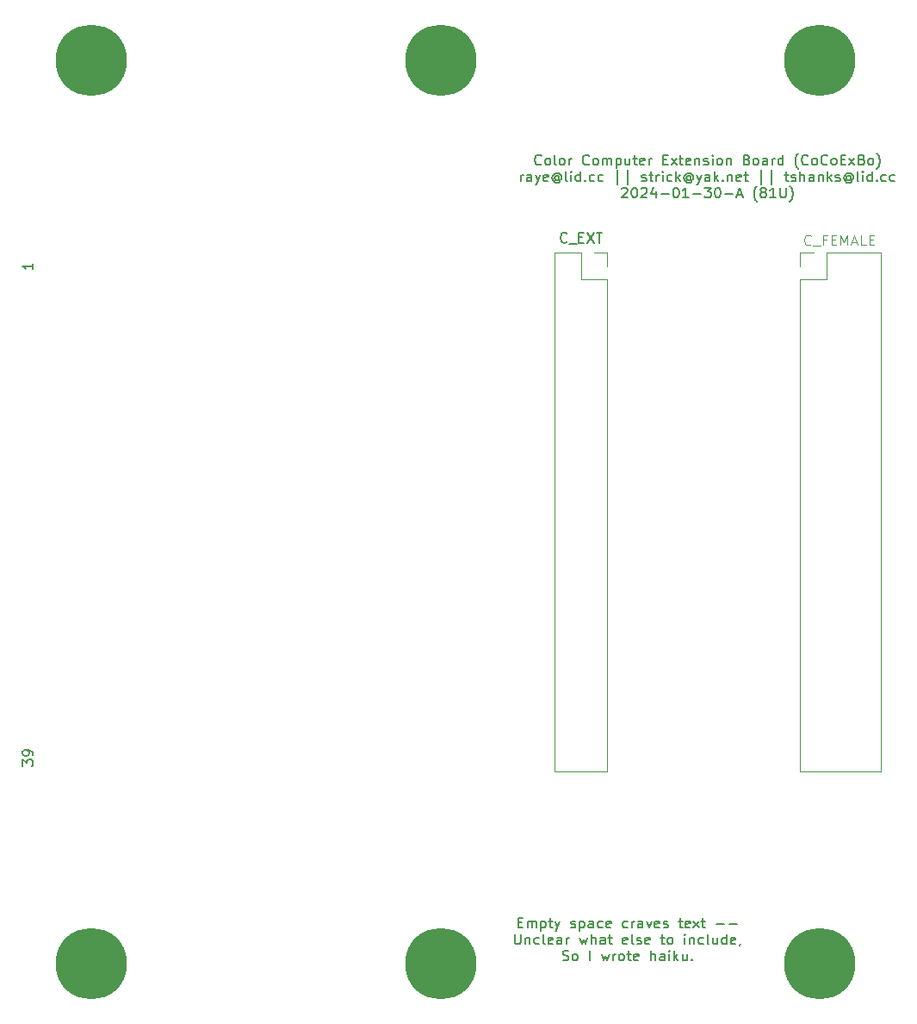
<source format=gto>
%TF.GenerationSoftware,KiCad,Pcbnew,7.0.10-7.0.10~ubuntu22.04.1*%
%TF.CreationDate,2024-01-31T00:33:20-08:00*%
%TF.ProjectId,r11,7231312e-6b69-4636-9164-5f7063625858,rev?*%
%TF.SameCoordinates,Original*%
%TF.FileFunction,Legend,Top*%
%TF.FilePolarity,Positive*%
%FSLAX46Y46*%
G04 Gerber Fmt 4.6, Leading zero omitted, Abs format (unit mm)*
G04 Created by KiCad (PCBNEW 7.0.10-7.0.10~ubuntu22.04.1) date 2024-01-31 00:33:20*
%MOMM*%
%LPD*%
G01*
G04 APERTURE LIST*
%ADD10C,0.150000*%
%ADD11C,0.100000*%
%ADD12C,0.120000*%
%ADD13C,7.000000*%
G04 APERTURE END LIST*
D10*
X110673903Y-106870009D02*
X111007236Y-106870009D01*
X111150093Y-107393819D02*
X110673903Y-107393819D01*
X110673903Y-107393819D02*
X110673903Y-106393819D01*
X110673903Y-106393819D02*
X111150093Y-106393819D01*
X111578665Y-107393819D02*
X111578665Y-106727152D01*
X111578665Y-106822390D02*
X111626284Y-106774771D01*
X111626284Y-106774771D02*
X111721522Y-106727152D01*
X111721522Y-106727152D02*
X111864379Y-106727152D01*
X111864379Y-106727152D02*
X111959617Y-106774771D01*
X111959617Y-106774771D02*
X112007236Y-106870009D01*
X112007236Y-106870009D02*
X112007236Y-107393819D01*
X112007236Y-106870009D02*
X112054855Y-106774771D01*
X112054855Y-106774771D02*
X112150093Y-106727152D01*
X112150093Y-106727152D02*
X112292950Y-106727152D01*
X112292950Y-106727152D02*
X112388189Y-106774771D01*
X112388189Y-106774771D02*
X112435808Y-106870009D01*
X112435808Y-106870009D02*
X112435808Y-107393819D01*
X112911998Y-106727152D02*
X112911998Y-107727152D01*
X112911998Y-106774771D02*
X113007236Y-106727152D01*
X113007236Y-106727152D02*
X113197712Y-106727152D01*
X113197712Y-106727152D02*
X113292950Y-106774771D01*
X113292950Y-106774771D02*
X113340569Y-106822390D01*
X113340569Y-106822390D02*
X113388188Y-106917628D01*
X113388188Y-106917628D02*
X113388188Y-107203342D01*
X113388188Y-107203342D02*
X113340569Y-107298580D01*
X113340569Y-107298580D02*
X113292950Y-107346200D01*
X113292950Y-107346200D02*
X113197712Y-107393819D01*
X113197712Y-107393819D02*
X113007236Y-107393819D01*
X113007236Y-107393819D02*
X112911998Y-107346200D01*
X113673903Y-106727152D02*
X114054855Y-106727152D01*
X113816760Y-106393819D02*
X113816760Y-107250961D01*
X113816760Y-107250961D02*
X113864379Y-107346200D01*
X113864379Y-107346200D02*
X113959617Y-107393819D01*
X113959617Y-107393819D02*
X114054855Y-107393819D01*
X114292951Y-106727152D02*
X114531046Y-107393819D01*
X114769141Y-106727152D02*
X114531046Y-107393819D01*
X114531046Y-107393819D02*
X114435808Y-107631914D01*
X114435808Y-107631914D02*
X114388189Y-107679533D01*
X114388189Y-107679533D02*
X114292951Y-107727152D01*
X115864380Y-107346200D02*
X115959618Y-107393819D01*
X115959618Y-107393819D02*
X116150094Y-107393819D01*
X116150094Y-107393819D02*
X116245332Y-107346200D01*
X116245332Y-107346200D02*
X116292951Y-107250961D01*
X116292951Y-107250961D02*
X116292951Y-107203342D01*
X116292951Y-107203342D02*
X116245332Y-107108104D01*
X116245332Y-107108104D02*
X116150094Y-107060485D01*
X116150094Y-107060485D02*
X116007237Y-107060485D01*
X116007237Y-107060485D02*
X115911999Y-107012866D01*
X115911999Y-107012866D02*
X115864380Y-106917628D01*
X115864380Y-106917628D02*
X115864380Y-106870009D01*
X115864380Y-106870009D02*
X115911999Y-106774771D01*
X115911999Y-106774771D02*
X116007237Y-106727152D01*
X116007237Y-106727152D02*
X116150094Y-106727152D01*
X116150094Y-106727152D02*
X116245332Y-106774771D01*
X116721523Y-106727152D02*
X116721523Y-107727152D01*
X116721523Y-106774771D02*
X116816761Y-106727152D01*
X116816761Y-106727152D02*
X117007237Y-106727152D01*
X117007237Y-106727152D02*
X117102475Y-106774771D01*
X117102475Y-106774771D02*
X117150094Y-106822390D01*
X117150094Y-106822390D02*
X117197713Y-106917628D01*
X117197713Y-106917628D02*
X117197713Y-107203342D01*
X117197713Y-107203342D02*
X117150094Y-107298580D01*
X117150094Y-107298580D02*
X117102475Y-107346200D01*
X117102475Y-107346200D02*
X117007237Y-107393819D01*
X117007237Y-107393819D02*
X116816761Y-107393819D01*
X116816761Y-107393819D02*
X116721523Y-107346200D01*
X118054856Y-107393819D02*
X118054856Y-106870009D01*
X118054856Y-106870009D02*
X118007237Y-106774771D01*
X118007237Y-106774771D02*
X117911999Y-106727152D01*
X117911999Y-106727152D02*
X117721523Y-106727152D01*
X117721523Y-106727152D02*
X117626285Y-106774771D01*
X118054856Y-107346200D02*
X117959618Y-107393819D01*
X117959618Y-107393819D02*
X117721523Y-107393819D01*
X117721523Y-107393819D02*
X117626285Y-107346200D01*
X117626285Y-107346200D02*
X117578666Y-107250961D01*
X117578666Y-107250961D02*
X117578666Y-107155723D01*
X117578666Y-107155723D02*
X117626285Y-107060485D01*
X117626285Y-107060485D02*
X117721523Y-107012866D01*
X117721523Y-107012866D02*
X117959618Y-107012866D01*
X117959618Y-107012866D02*
X118054856Y-106965247D01*
X118959618Y-107346200D02*
X118864380Y-107393819D01*
X118864380Y-107393819D02*
X118673904Y-107393819D01*
X118673904Y-107393819D02*
X118578666Y-107346200D01*
X118578666Y-107346200D02*
X118531047Y-107298580D01*
X118531047Y-107298580D02*
X118483428Y-107203342D01*
X118483428Y-107203342D02*
X118483428Y-106917628D01*
X118483428Y-106917628D02*
X118531047Y-106822390D01*
X118531047Y-106822390D02*
X118578666Y-106774771D01*
X118578666Y-106774771D02*
X118673904Y-106727152D01*
X118673904Y-106727152D02*
X118864380Y-106727152D01*
X118864380Y-106727152D02*
X118959618Y-106774771D01*
X119769142Y-107346200D02*
X119673904Y-107393819D01*
X119673904Y-107393819D02*
X119483428Y-107393819D01*
X119483428Y-107393819D02*
X119388190Y-107346200D01*
X119388190Y-107346200D02*
X119340571Y-107250961D01*
X119340571Y-107250961D02*
X119340571Y-106870009D01*
X119340571Y-106870009D02*
X119388190Y-106774771D01*
X119388190Y-106774771D02*
X119483428Y-106727152D01*
X119483428Y-106727152D02*
X119673904Y-106727152D01*
X119673904Y-106727152D02*
X119769142Y-106774771D01*
X119769142Y-106774771D02*
X119816761Y-106870009D01*
X119816761Y-106870009D02*
X119816761Y-106965247D01*
X119816761Y-106965247D02*
X119340571Y-107060485D01*
X121435809Y-107346200D02*
X121340571Y-107393819D01*
X121340571Y-107393819D02*
X121150095Y-107393819D01*
X121150095Y-107393819D02*
X121054857Y-107346200D01*
X121054857Y-107346200D02*
X121007238Y-107298580D01*
X121007238Y-107298580D02*
X120959619Y-107203342D01*
X120959619Y-107203342D02*
X120959619Y-106917628D01*
X120959619Y-106917628D02*
X121007238Y-106822390D01*
X121007238Y-106822390D02*
X121054857Y-106774771D01*
X121054857Y-106774771D02*
X121150095Y-106727152D01*
X121150095Y-106727152D02*
X121340571Y-106727152D01*
X121340571Y-106727152D02*
X121435809Y-106774771D01*
X121864381Y-107393819D02*
X121864381Y-106727152D01*
X121864381Y-106917628D02*
X121912000Y-106822390D01*
X121912000Y-106822390D02*
X121959619Y-106774771D01*
X121959619Y-106774771D02*
X122054857Y-106727152D01*
X122054857Y-106727152D02*
X122150095Y-106727152D01*
X122912000Y-107393819D02*
X122912000Y-106870009D01*
X122912000Y-106870009D02*
X122864381Y-106774771D01*
X122864381Y-106774771D02*
X122769143Y-106727152D01*
X122769143Y-106727152D02*
X122578667Y-106727152D01*
X122578667Y-106727152D02*
X122483429Y-106774771D01*
X122912000Y-107346200D02*
X122816762Y-107393819D01*
X122816762Y-107393819D02*
X122578667Y-107393819D01*
X122578667Y-107393819D02*
X122483429Y-107346200D01*
X122483429Y-107346200D02*
X122435810Y-107250961D01*
X122435810Y-107250961D02*
X122435810Y-107155723D01*
X122435810Y-107155723D02*
X122483429Y-107060485D01*
X122483429Y-107060485D02*
X122578667Y-107012866D01*
X122578667Y-107012866D02*
X122816762Y-107012866D01*
X122816762Y-107012866D02*
X122912000Y-106965247D01*
X123292953Y-106727152D02*
X123531048Y-107393819D01*
X123531048Y-107393819D02*
X123769143Y-106727152D01*
X124531048Y-107346200D02*
X124435810Y-107393819D01*
X124435810Y-107393819D02*
X124245334Y-107393819D01*
X124245334Y-107393819D02*
X124150096Y-107346200D01*
X124150096Y-107346200D02*
X124102477Y-107250961D01*
X124102477Y-107250961D02*
X124102477Y-106870009D01*
X124102477Y-106870009D02*
X124150096Y-106774771D01*
X124150096Y-106774771D02*
X124245334Y-106727152D01*
X124245334Y-106727152D02*
X124435810Y-106727152D01*
X124435810Y-106727152D02*
X124531048Y-106774771D01*
X124531048Y-106774771D02*
X124578667Y-106870009D01*
X124578667Y-106870009D02*
X124578667Y-106965247D01*
X124578667Y-106965247D02*
X124102477Y-107060485D01*
X124959620Y-107346200D02*
X125054858Y-107393819D01*
X125054858Y-107393819D02*
X125245334Y-107393819D01*
X125245334Y-107393819D02*
X125340572Y-107346200D01*
X125340572Y-107346200D02*
X125388191Y-107250961D01*
X125388191Y-107250961D02*
X125388191Y-107203342D01*
X125388191Y-107203342D02*
X125340572Y-107108104D01*
X125340572Y-107108104D02*
X125245334Y-107060485D01*
X125245334Y-107060485D02*
X125102477Y-107060485D01*
X125102477Y-107060485D02*
X125007239Y-107012866D01*
X125007239Y-107012866D02*
X124959620Y-106917628D01*
X124959620Y-106917628D02*
X124959620Y-106870009D01*
X124959620Y-106870009D02*
X125007239Y-106774771D01*
X125007239Y-106774771D02*
X125102477Y-106727152D01*
X125102477Y-106727152D02*
X125245334Y-106727152D01*
X125245334Y-106727152D02*
X125340572Y-106774771D01*
X126435811Y-106727152D02*
X126816763Y-106727152D01*
X126578668Y-106393819D02*
X126578668Y-107250961D01*
X126578668Y-107250961D02*
X126626287Y-107346200D01*
X126626287Y-107346200D02*
X126721525Y-107393819D01*
X126721525Y-107393819D02*
X126816763Y-107393819D01*
X127531049Y-107346200D02*
X127435811Y-107393819D01*
X127435811Y-107393819D02*
X127245335Y-107393819D01*
X127245335Y-107393819D02*
X127150097Y-107346200D01*
X127150097Y-107346200D02*
X127102478Y-107250961D01*
X127102478Y-107250961D02*
X127102478Y-106870009D01*
X127102478Y-106870009D02*
X127150097Y-106774771D01*
X127150097Y-106774771D02*
X127245335Y-106727152D01*
X127245335Y-106727152D02*
X127435811Y-106727152D01*
X127435811Y-106727152D02*
X127531049Y-106774771D01*
X127531049Y-106774771D02*
X127578668Y-106870009D01*
X127578668Y-106870009D02*
X127578668Y-106965247D01*
X127578668Y-106965247D02*
X127102478Y-107060485D01*
X127912002Y-107393819D02*
X128435811Y-106727152D01*
X127912002Y-106727152D02*
X128435811Y-107393819D01*
X128673907Y-106727152D02*
X129054859Y-106727152D01*
X128816764Y-106393819D02*
X128816764Y-107250961D01*
X128816764Y-107250961D02*
X128864383Y-107346200D01*
X128864383Y-107346200D02*
X128959621Y-107393819D01*
X128959621Y-107393819D02*
X129054859Y-107393819D01*
X130150098Y-107012866D02*
X130912003Y-107012866D01*
X131388193Y-107012866D02*
X132150098Y-107012866D01*
X110340569Y-108003819D02*
X110340569Y-108813342D01*
X110340569Y-108813342D02*
X110388188Y-108908580D01*
X110388188Y-108908580D02*
X110435807Y-108956200D01*
X110435807Y-108956200D02*
X110531045Y-109003819D01*
X110531045Y-109003819D02*
X110721521Y-109003819D01*
X110721521Y-109003819D02*
X110816759Y-108956200D01*
X110816759Y-108956200D02*
X110864378Y-108908580D01*
X110864378Y-108908580D02*
X110911997Y-108813342D01*
X110911997Y-108813342D02*
X110911997Y-108003819D01*
X111388188Y-108337152D02*
X111388188Y-109003819D01*
X111388188Y-108432390D02*
X111435807Y-108384771D01*
X111435807Y-108384771D02*
X111531045Y-108337152D01*
X111531045Y-108337152D02*
X111673902Y-108337152D01*
X111673902Y-108337152D02*
X111769140Y-108384771D01*
X111769140Y-108384771D02*
X111816759Y-108480009D01*
X111816759Y-108480009D02*
X111816759Y-109003819D01*
X112721521Y-108956200D02*
X112626283Y-109003819D01*
X112626283Y-109003819D02*
X112435807Y-109003819D01*
X112435807Y-109003819D02*
X112340569Y-108956200D01*
X112340569Y-108956200D02*
X112292950Y-108908580D01*
X112292950Y-108908580D02*
X112245331Y-108813342D01*
X112245331Y-108813342D02*
X112245331Y-108527628D01*
X112245331Y-108527628D02*
X112292950Y-108432390D01*
X112292950Y-108432390D02*
X112340569Y-108384771D01*
X112340569Y-108384771D02*
X112435807Y-108337152D01*
X112435807Y-108337152D02*
X112626283Y-108337152D01*
X112626283Y-108337152D02*
X112721521Y-108384771D01*
X113292950Y-109003819D02*
X113197712Y-108956200D01*
X113197712Y-108956200D02*
X113150093Y-108860961D01*
X113150093Y-108860961D02*
X113150093Y-108003819D01*
X114054855Y-108956200D02*
X113959617Y-109003819D01*
X113959617Y-109003819D02*
X113769141Y-109003819D01*
X113769141Y-109003819D02*
X113673903Y-108956200D01*
X113673903Y-108956200D02*
X113626284Y-108860961D01*
X113626284Y-108860961D02*
X113626284Y-108480009D01*
X113626284Y-108480009D02*
X113673903Y-108384771D01*
X113673903Y-108384771D02*
X113769141Y-108337152D01*
X113769141Y-108337152D02*
X113959617Y-108337152D01*
X113959617Y-108337152D02*
X114054855Y-108384771D01*
X114054855Y-108384771D02*
X114102474Y-108480009D01*
X114102474Y-108480009D02*
X114102474Y-108575247D01*
X114102474Y-108575247D02*
X113626284Y-108670485D01*
X114959617Y-109003819D02*
X114959617Y-108480009D01*
X114959617Y-108480009D02*
X114911998Y-108384771D01*
X114911998Y-108384771D02*
X114816760Y-108337152D01*
X114816760Y-108337152D02*
X114626284Y-108337152D01*
X114626284Y-108337152D02*
X114531046Y-108384771D01*
X114959617Y-108956200D02*
X114864379Y-109003819D01*
X114864379Y-109003819D02*
X114626284Y-109003819D01*
X114626284Y-109003819D02*
X114531046Y-108956200D01*
X114531046Y-108956200D02*
X114483427Y-108860961D01*
X114483427Y-108860961D02*
X114483427Y-108765723D01*
X114483427Y-108765723D02*
X114531046Y-108670485D01*
X114531046Y-108670485D02*
X114626284Y-108622866D01*
X114626284Y-108622866D02*
X114864379Y-108622866D01*
X114864379Y-108622866D02*
X114959617Y-108575247D01*
X115435808Y-109003819D02*
X115435808Y-108337152D01*
X115435808Y-108527628D02*
X115483427Y-108432390D01*
X115483427Y-108432390D02*
X115531046Y-108384771D01*
X115531046Y-108384771D02*
X115626284Y-108337152D01*
X115626284Y-108337152D02*
X115721522Y-108337152D01*
X116721523Y-108337152D02*
X116911999Y-109003819D01*
X116911999Y-109003819D02*
X117102475Y-108527628D01*
X117102475Y-108527628D02*
X117292951Y-109003819D01*
X117292951Y-109003819D02*
X117483427Y-108337152D01*
X117864380Y-109003819D02*
X117864380Y-108003819D01*
X118292951Y-109003819D02*
X118292951Y-108480009D01*
X118292951Y-108480009D02*
X118245332Y-108384771D01*
X118245332Y-108384771D02*
X118150094Y-108337152D01*
X118150094Y-108337152D02*
X118007237Y-108337152D01*
X118007237Y-108337152D02*
X117911999Y-108384771D01*
X117911999Y-108384771D02*
X117864380Y-108432390D01*
X119197713Y-109003819D02*
X119197713Y-108480009D01*
X119197713Y-108480009D02*
X119150094Y-108384771D01*
X119150094Y-108384771D02*
X119054856Y-108337152D01*
X119054856Y-108337152D02*
X118864380Y-108337152D01*
X118864380Y-108337152D02*
X118769142Y-108384771D01*
X119197713Y-108956200D02*
X119102475Y-109003819D01*
X119102475Y-109003819D02*
X118864380Y-109003819D01*
X118864380Y-109003819D02*
X118769142Y-108956200D01*
X118769142Y-108956200D02*
X118721523Y-108860961D01*
X118721523Y-108860961D02*
X118721523Y-108765723D01*
X118721523Y-108765723D02*
X118769142Y-108670485D01*
X118769142Y-108670485D02*
X118864380Y-108622866D01*
X118864380Y-108622866D02*
X119102475Y-108622866D01*
X119102475Y-108622866D02*
X119197713Y-108575247D01*
X119531047Y-108337152D02*
X119911999Y-108337152D01*
X119673904Y-108003819D02*
X119673904Y-108860961D01*
X119673904Y-108860961D02*
X119721523Y-108956200D01*
X119721523Y-108956200D02*
X119816761Y-109003819D01*
X119816761Y-109003819D02*
X119911999Y-109003819D01*
X121388190Y-108956200D02*
X121292952Y-109003819D01*
X121292952Y-109003819D02*
X121102476Y-109003819D01*
X121102476Y-109003819D02*
X121007238Y-108956200D01*
X121007238Y-108956200D02*
X120959619Y-108860961D01*
X120959619Y-108860961D02*
X120959619Y-108480009D01*
X120959619Y-108480009D02*
X121007238Y-108384771D01*
X121007238Y-108384771D02*
X121102476Y-108337152D01*
X121102476Y-108337152D02*
X121292952Y-108337152D01*
X121292952Y-108337152D02*
X121388190Y-108384771D01*
X121388190Y-108384771D02*
X121435809Y-108480009D01*
X121435809Y-108480009D02*
X121435809Y-108575247D01*
X121435809Y-108575247D02*
X120959619Y-108670485D01*
X122007238Y-109003819D02*
X121912000Y-108956200D01*
X121912000Y-108956200D02*
X121864381Y-108860961D01*
X121864381Y-108860961D02*
X121864381Y-108003819D01*
X122340572Y-108956200D02*
X122435810Y-109003819D01*
X122435810Y-109003819D02*
X122626286Y-109003819D01*
X122626286Y-109003819D02*
X122721524Y-108956200D01*
X122721524Y-108956200D02*
X122769143Y-108860961D01*
X122769143Y-108860961D02*
X122769143Y-108813342D01*
X122769143Y-108813342D02*
X122721524Y-108718104D01*
X122721524Y-108718104D02*
X122626286Y-108670485D01*
X122626286Y-108670485D02*
X122483429Y-108670485D01*
X122483429Y-108670485D02*
X122388191Y-108622866D01*
X122388191Y-108622866D02*
X122340572Y-108527628D01*
X122340572Y-108527628D02*
X122340572Y-108480009D01*
X122340572Y-108480009D02*
X122388191Y-108384771D01*
X122388191Y-108384771D02*
X122483429Y-108337152D01*
X122483429Y-108337152D02*
X122626286Y-108337152D01*
X122626286Y-108337152D02*
X122721524Y-108384771D01*
X123578667Y-108956200D02*
X123483429Y-109003819D01*
X123483429Y-109003819D02*
X123292953Y-109003819D01*
X123292953Y-109003819D02*
X123197715Y-108956200D01*
X123197715Y-108956200D02*
X123150096Y-108860961D01*
X123150096Y-108860961D02*
X123150096Y-108480009D01*
X123150096Y-108480009D02*
X123197715Y-108384771D01*
X123197715Y-108384771D02*
X123292953Y-108337152D01*
X123292953Y-108337152D02*
X123483429Y-108337152D01*
X123483429Y-108337152D02*
X123578667Y-108384771D01*
X123578667Y-108384771D02*
X123626286Y-108480009D01*
X123626286Y-108480009D02*
X123626286Y-108575247D01*
X123626286Y-108575247D02*
X123150096Y-108670485D01*
X124673906Y-108337152D02*
X125054858Y-108337152D01*
X124816763Y-108003819D02*
X124816763Y-108860961D01*
X124816763Y-108860961D02*
X124864382Y-108956200D01*
X124864382Y-108956200D02*
X124959620Y-109003819D01*
X124959620Y-109003819D02*
X125054858Y-109003819D01*
X125531049Y-109003819D02*
X125435811Y-108956200D01*
X125435811Y-108956200D02*
X125388192Y-108908580D01*
X125388192Y-108908580D02*
X125340573Y-108813342D01*
X125340573Y-108813342D02*
X125340573Y-108527628D01*
X125340573Y-108527628D02*
X125388192Y-108432390D01*
X125388192Y-108432390D02*
X125435811Y-108384771D01*
X125435811Y-108384771D02*
X125531049Y-108337152D01*
X125531049Y-108337152D02*
X125673906Y-108337152D01*
X125673906Y-108337152D02*
X125769144Y-108384771D01*
X125769144Y-108384771D02*
X125816763Y-108432390D01*
X125816763Y-108432390D02*
X125864382Y-108527628D01*
X125864382Y-108527628D02*
X125864382Y-108813342D01*
X125864382Y-108813342D02*
X125816763Y-108908580D01*
X125816763Y-108908580D02*
X125769144Y-108956200D01*
X125769144Y-108956200D02*
X125673906Y-109003819D01*
X125673906Y-109003819D02*
X125531049Y-109003819D01*
X127054859Y-109003819D02*
X127054859Y-108337152D01*
X127054859Y-108003819D02*
X127007240Y-108051438D01*
X127007240Y-108051438D02*
X127054859Y-108099057D01*
X127054859Y-108099057D02*
X127102478Y-108051438D01*
X127102478Y-108051438D02*
X127054859Y-108003819D01*
X127054859Y-108003819D02*
X127054859Y-108099057D01*
X127531049Y-108337152D02*
X127531049Y-109003819D01*
X127531049Y-108432390D02*
X127578668Y-108384771D01*
X127578668Y-108384771D02*
X127673906Y-108337152D01*
X127673906Y-108337152D02*
X127816763Y-108337152D01*
X127816763Y-108337152D02*
X127912001Y-108384771D01*
X127912001Y-108384771D02*
X127959620Y-108480009D01*
X127959620Y-108480009D02*
X127959620Y-109003819D01*
X128864382Y-108956200D02*
X128769144Y-109003819D01*
X128769144Y-109003819D02*
X128578668Y-109003819D01*
X128578668Y-109003819D02*
X128483430Y-108956200D01*
X128483430Y-108956200D02*
X128435811Y-108908580D01*
X128435811Y-108908580D02*
X128388192Y-108813342D01*
X128388192Y-108813342D02*
X128388192Y-108527628D01*
X128388192Y-108527628D02*
X128435811Y-108432390D01*
X128435811Y-108432390D02*
X128483430Y-108384771D01*
X128483430Y-108384771D02*
X128578668Y-108337152D01*
X128578668Y-108337152D02*
X128769144Y-108337152D01*
X128769144Y-108337152D02*
X128864382Y-108384771D01*
X129435811Y-109003819D02*
X129340573Y-108956200D01*
X129340573Y-108956200D02*
X129292954Y-108860961D01*
X129292954Y-108860961D02*
X129292954Y-108003819D01*
X130245335Y-108337152D02*
X130245335Y-109003819D01*
X129816764Y-108337152D02*
X129816764Y-108860961D01*
X129816764Y-108860961D02*
X129864383Y-108956200D01*
X129864383Y-108956200D02*
X129959621Y-109003819D01*
X129959621Y-109003819D02*
X130102478Y-109003819D01*
X130102478Y-109003819D02*
X130197716Y-108956200D01*
X130197716Y-108956200D02*
X130245335Y-108908580D01*
X131150097Y-109003819D02*
X131150097Y-108003819D01*
X131150097Y-108956200D02*
X131054859Y-109003819D01*
X131054859Y-109003819D02*
X130864383Y-109003819D01*
X130864383Y-109003819D02*
X130769145Y-108956200D01*
X130769145Y-108956200D02*
X130721526Y-108908580D01*
X130721526Y-108908580D02*
X130673907Y-108813342D01*
X130673907Y-108813342D02*
X130673907Y-108527628D01*
X130673907Y-108527628D02*
X130721526Y-108432390D01*
X130721526Y-108432390D02*
X130769145Y-108384771D01*
X130769145Y-108384771D02*
X130864383Y-108337152D01*
X130864383Y-108337152D02*
X131054859Y-108337152D01*
X131054859Y-108337152D02*
X131150097Y-108384771D01*
X132007240Y-108956200D02*
X131912002Y-109003819D01*
X131912002Y-109003819D02*
X131721526Y-109003819D01*
X131721526Y-109003819D02*
X131626288Y-108956200D01*
X131626288Y-108956200D02*
X131578669Y-108860961D01*
X131578669Y-108860961D02*
X131578669Y-108480009D01*
X131578669Y-108480009D02*
X131626288Y-108384771D01*
X131626288Y-108384771D02*
X131721526Y-108337152D01*
X131721526Y-108337152D02*
X131912002Y-108337152D01*
X131912002Y-108337152D02*
X132007240Y-108384771D01*
X132007240Y-108384771D02*
X132054859Y-108480009D01*
X132054859Y-108480009D02*
X132054859Y-108575247D01*
X132054859Y-108575247D02*
X131578669Y-108670485D01*
X132531050Y-108956200D02*
X132531050Y-109003819D01*
X132531050Y-109003819D02*
X132483431Y-109099057D01*
X132483431Y-109099057D02*
X132435812Y-109146676D01*
X115054857Y-110566200D02*
X115197714Y-110613819D01*
X115197714Y-110613819D02*
X115435809Y-110613819D01*
X115435809Y-110613819D02*
X115531047Y-110566200D01*
X115531047Y-110566200D02*
X115578666Y-110518580D01*
X115578666Y-110518580D02*
X115626285Y-110423342D01*
X115626285Y-110423342D02*
X115626285Y-110328104D01*
X115626285Y-110328104D02*
X115578666Y-110232866D01*
X115578666Y-110232866D02*
X115531047Y-110185247D01*
X115531047Y-110185247D02*
X115435809Y-110137628D01*
X115435809Y-110137628D02*
X115245333Y-110090009D01*
X115245333Y-110090009D02*
X115150095Y-110042390D01*
X115150095Y-110042390D02*
X115102476Y-109994771D01*
X115102476Y-109994771D02*
X115054857Y-109899533D01*
X115054857Y-109899533D02*
X115054857Y-109804295D01*
X115054857Y-109804295D02*
X115102476Y-109709057D01*
X115102476Y-109709057D02*
X115150095Y-109661438D01*
X115150095Y-109661438D02*
X115245333Y-109613819D01*
X115245333Y-109613819D02*
X115483428Y-109613819D01*
X115483428Y-109613819D02*
X115626285Y-109661438D01*
X116197714Y-110613819D02*
X116102476Y-110566200D01*
X116102476Y-110566200D02*
X116054857Y-110518580D01*
X116054857Y-110518580D02*
X116007238Y-110423342D01*
X116007238Y-110423342D02*
X116007238Y-110137628D01*
X116007238Y-110137628D02*
X116054857Y-110042390D01*
X116054857Y-110042390D02*
X116102476Y-109994771D01*
X116102476Y-109994771D02*
X116197714Y-109947152D01*
X116197714Y-109947152D02*
X116340571Y-109947152D01*
X116340571Y-109947152D02*
X116435809Y-109994771D01*
X116435809Y-109994771D02*
X116483428Y-110042390D01*
X116483428Y-110042390D02*
X116531047Y-110137628D01*
X116531047Y-110137628D02*
X116531047Y-110423342D01*
X116531047Y-110423342D02*
X116483428Y-110518580D01*
X116483428Y-110518580D02*
X116435809Y-110566200D01*
X116435809Y-110566200D02*
X116340571Y-110613819D01*
X116340571Y-110613819D02*
X116197714Y-110613819D01*
X117721524Y-110613819D02*
X117721524Y-109613819D01*
X118864381Y-109947152D02*
X119054857Y-110613819D01*
X119054857Y-110613819D02*
X119245333Y-110137628D01*
X119245333Y-110137628D02*
X119435809Y-110613819D01*
X119435809Y-110613819D02*
X119626285Y-109947152D01*
X120007238Y-110613819D02*
X120007238Y-109947152D01*
X120007238Y-110137628D02*
X120054857Y-110042390D01*
X120054857Y-110042390D02*
X120102476Y-109994771D01*
X120102476Y-109994771D02*
X120197714Y-109947152D01*
X120197714Y-109947152D02*
X120292952Y-109947152D01*
X120769143Y-110613819D02*
X120673905Y-110566200D01*
X120673905Y-110566200D02*
X120626286Y-110518580D01*
X120626286Y-110518580D02*
X120578667Y-110423342D01*
X120578667Y-110423342D02*
X120578667Y-110137628D01*
X120578667Y-110137628D02*
X120626286Y-110042390D01*
X120626286Y-110042390D02*
X120673905Y-109994771D01*
X120673905Y-109994771D02*
X120769143Y-109947152D01*
X120769143Y-109947152D02*
X120912000Y-109947152D01*
X120912000Y-109947152D02*
X121007238Y-109994771D01*
X121007238Y-109994771D02*
X121054857Y-110042390D01*
X121054857Y-110042390D02*
X121102476Y-110137628D01*
X121102476Y-110137628D02*
X121102476Y-110423342D01*
X121102476Y-110423342D02*
X121054857Y-110518580D01*
X121054857Y-110518580D02*
X121007238Y-110566200D01*
X121007238Y-110566200D02*
X120912000Y-110613819D01*
X120912000Y-110613819D02*
X120769143Y-110613819D01*
X121388191Y-109947152D02*
X121769143Y-109947152D01*
X121531048Y-109613819D02*
X121531048Y-110470961D01*
X121531048Y-110470961D02*
X121578667Y-110566200D01*
X121578667Y-110566200D02*
X121673905Y-110613819D01*
X121673905Y-110613819D02*
X121769143Y-110613819D01*
X122483429Y-110566200D02*
X122388191Y-110613819D01*
X122388191Y-110613819D02*
X122197715Y-110613819D01*
X122197715Y-110613819D02*
X122102477Y-110566200D01*
X122102477Y-110566200D02*
X122054858Y-110470961D01*
X122054858Y-110470961D02*
X122054858Y-110090009D01*
X122054858Y-110090009D02*
X122102477Y-109994771D01*
X122102477Y-109994771D02*
X122197715Y-109947152D01*
X122197715Y-109947152D02*
X122388191Y-109947152D01*
X122388191Y-109947152D02*
X122483429Y-109994771D01*
X122483429Y-109994771D02*
X122531048Y-110090009D01*
X122531048Y-110090009D02*
X122531048Y-110185247D01*
X122531048Y-110185247D02*
X122054858Y-110280485D01*
X123721525Y-110613819D02*
X123721525Y-109613819D01*
X124150096Y-110613819D02*
X124150096Y-110090009D01*
X124150096Y-110090009D02*
X124102477Y-109994771D01*
X124102477Y-109994771D02*
X124007239Y-109947152D01*
X124007239Y-109947152D02*
X123864382Y-109947152D01*
X123864382Y-109947152D02*
X123769144Y-109994771D01*
X123769144Y-109994771D02*
X123721525Y-110042390D01*
X125054858Y-110613819D02*
X125054858Y-110090009D01*
X125054858Y-110090009D02*
X125007239Y-109994771D01*
X125007239Y-109994771D02*
X124912001Y-109947152D01*
X124912001Y-109947152D02*
X124721525Y-109947152D01*
X124721525Y-109947152D02*
X124626287Y-109994771D01*
X125054858Y-110566200D02*
X124959620Y-110613819D01*
X124959620Y-110613819D02*
X124721525Y-110613819D01*
X124721525Y-110613819D02*
X124626287Y-110566200D01*
X124626287Y-110566200D02*
X124578668Y-110470961D01*
X124578668Y-110470961D02*
X124578668Y-110375723D01*
X124578668Y-110375723D02*
X124626287Y-110280485D01*
X124626287Y-110280485D02*
X124721525Y-110232866D01*
X124721525Y-110232866D02*
X124959620Y-110232866D01*
X124959620Y-110232866D02*
X125054858Y-110185247D01*
X125531049Y-110613819D02*
X125531049Y-109947152D01*
X125531049Y-109613819D02*
X125483430Y-109661438D01*
X125483430Y-109661438D02*
X125531049Y-109709057D01*
X125531049Y-109709057D02*
X125578668Y-109661438D01*
X125578668Y-109661438D02*
X125531049Y-109613819D01*
X125531049Y-109613819D02*
X125531049Y-109709057D01*
X126007239Y-110613819D02*
X126007239Y-109613819D01*
X126102477Y-110232866D02*
X126388191Y-110613819D01*
X126388191Y-109947152D02*
X126007239Y-110328104D01*
X127245334Y-109947152D02*
X127245334Y-110613819D01*
X126816763Y-109947152D02*
X126816763Y-110470961D01*
X126816763Y-110470961D02*
X126864382Y-110566200D01*
X126864382Y-110566200D02*
X126959620Y-110613819D01*
X126959620Y-110613819D02*
X127102477Y-110613819D01*
X127102477Y-110613819D02*
X127197715Y-110566200D01*
X127197715Y-110566200D02*
X127245334Y-110518580D01*
X127721525Y-110518580D02*
X127769144Y-110566200D01*
X127769144Y-110566200D02*
X127721525Y-110613819D01*
X127721525Y-110613819D02*
X127673906Y-110566200D01*
X127673906Y-110566200D02*
X127721525Y-110518580D01*
X127721525Y-110518580D02*
X127721525Y-110613819D01*
X112928854Y-32368580D02*
X112881235Y-32416200D01*
X112881235Y-32416200D02*
X112738378Y-32463819D01*
X112738378Y-32463819D02*
X112643140Y-32463819D01*
X112643140Y-32463819D02*
X112500283Y-32416200D01*
X112500283Y-32416200D02*
X112405045Y-32320961D01*
X112405045Y-32320961D02*
X112357426Y-32225723D01*
X112357426Y-32225723D02*
X112309807Y-32035247D01*
X112309807Y-32035247D02*
X112309807Y-31892390D01*
X112309807Y-31892390D02*
X112357426Y-31701914D01*
X112357426Y-31701914D02*
X112405045Y-31606676D01*
X112405045Y-31606676D02*
X112500283Y-31511438D01*
X112500283Y-31511438D02*
X112643140Y-31463819D01*
X112643140Y-31463819D02*
X112738378Y-31463819D01*
X112738378Y-31463819D02*
X112881235Y-31511438D01*
X112881235Y-31511438D02*
X112928854Y-31559057D01*
X113500283Y-32463819D02*
X113405045Y-32416200D01*
X113405045Y-32416200D02*
X113357426Y-32368580D01*
X113357426Y-32368580D02*
X113309807Y-32273342D01*
X113309807Y-32273342D02*
X113309807Y-31987628D01*
X113309807Y-31987628D02*
X113357426Y-31892390D01*
X113357426Y-31892390D02*
X113405045Y-31844771D01*
X113405045Y-31844771D02*
X113500283Y-31797152D01*
X113500283Y-31797152D02*
X113643140Y-31797152D01*
X113643140Y-31797152D02*
X113738378Y-31844771D01*
X113738378Y-31844771D02*
X113785997Y-31892390D01*
X113785997Y-31892390D02*
X113833616Y-31987628D01*
X113833616Y-31987628D02*
X113833616Y-32273342D01*
X113833616Y-32273342D02*
X113785997Y-32368580D01*
X113785997Y-32368580D02*
X113738378Y-32416200D01*
X113738378Y-32416200D02*
X113643140Y-32463819D01*
X113643140Y-32463819D02*
X113500283Y-32463819D01*
X114405045Y-32463819D02*
X114309807Y-32416200D01*
X114309807Y-32416200D02*
X114262188Y-32320961D01*
X114262188Y-32320961D02*
X114262188Y-31463819D01*
X114928855Y-32463819D02*
X114833617Y-32416200D01*
X114833617Y-32416200D02*
X114785998Y-32368580D01*
X114785998Y-32368580D02*
X114738379Y-32273342D01*
X114738379Y-32273342D02*
X114738379Y-31987628D01*
X114738379Y-31987628D02*
X114785998Y-31892390D01*
X114785998Y-31892390D02*
X114833617Y-31844771D01*
X114833617Y-31844771D02*
X114928855Y-31797152D01*
X114928855Y-31797152D02*
X115071712Y-31797152D01*
X115071712Y-31797152D02*
X115166950Y-31844771D01*
X115166950Y-31844771D02*
X115214569Y-31892390D01*
X115214569Y-31892390D02*
X115262188Y-31987628D01*
X115262188Y-31987628D02*
X115262188Y-32273342D01*
X115262188Y-32273342D02*
X115214569Y-32368580D01*
X115214569Y-32368580D02*
X115166950Y-32416200D01*
X115166950Y-32416200D02*
X115071712Y-32463819D01*
X115071712Y-32463819D02*
X114928855Y-32463819D01*
X115690760Y-32463819D02*
X115690760Y-31797152D01*
X115690760Y-31987628D02*
X115738379Y-31892390D01*
X115738379Y-31892390D02*
X115785998Y-31844771D01*
X115785998Y-31844771D02*
X115881236Y-31797152D01*
X115881236Y-31797152D02*
X115976474Y-31797152D01*
X117643141Y-32368580D02*
X117595522Y-32416200D01*
X117595522Y-32416200D02*
X117452665Y-32463819D01*
X117452665Y-32463819D02*
X117357427Y-32463819D01*
X117357427Y-32463819D02*
X117214570Y-32416200D01*
X117214570Y-32416200D02*
X117119332Y-32320961D01*
X117119332Y-32320961D02*
X117071713Y-32225723D01*
X117071713Y-32225723D02*
X117024094Y-32035247D01*
X117024094Y-32035247D02*
X117024094Y-31892390D01*
X117024094Y-31892390D02*
X117071713Y-31701914D01*
X117071713Y-31701914D02*
X117119332Y-31606676D01*
X117119332Y-31606676D02*
X117214570Y-31511438D01*
X117214570Y-31511438D02*
X117357427Y-31463819D01*
X117357427Y-31463819D02*
X117452665Y-31463819D01*
X117452665Y-31463819D02*
X117595522Y-31511438D01*
X117595522Y-31511438D02*
X117643141Y-31559057D01*
X118214570Y-32463819D02*
X118119332Y-32416200D01*
X118119332Y-32416200D02*
X118071713Y-32368580D01*
X118071713Y-32368580D02*
X118024094Y-32273342D01*
X118024094Y-32273342D02*
X118024094Y-31987628D01*
X118024094Y-31987628D02*
X118071713Y-31892390D01*
X118071713Y-31892390D02*
X118119332Y-31844771D01*
X118119332Y-31844771D02*
X118214570Y-31797152D01*
X118214570Y-31797152D02*
X118357427Y-31797152D01*
X118357427Y-31797152D02*
X118452665Y-31844771D01*
X118452665Y-31844771D02*
X118500284Y-31892390D01*
X118500284Y-31892390D02*
X118547903Y-31987628D01*
X118547903Y-31987628D02*
X118547903Y-32273342D01*
X118547903Y-32273342D02*
X118500284Y-32368580D01*
X118500284Y-32368580D02*
X118452665Y-32416200D01*
X118452665Y-32416200D02*
X118357427Y-32463819D01*
X118357427Y-32463819D02*
X118214570Y-32463819D01*
X118976475Y-32463819D02*
X118976475Y-31797152D01*
X118976475Y-31892390D02*
X119024094Y-31844771D01*
X119024094Y-31844771D02*
X119119332Y-31797152D01*
X119119332Y-31797152D02*
X119262189Y-31797152D01*
X119262189Y-31797152D02*
X119357427Y-31844771D01*
X119357427Y-31844771D02*
X119405046Y-31940009D01*
X119405046Y-31940009D02*
X119405046Y-32463819D01*
X119405046Y-31940009D02*
X119452665Y-31844771D01*
X119452665Y-31844771D02*
X119547903Y-31797152D01*
X119547903Y-31797152D02*
X119690760Y-31797152D01*
X119690760Y-31797152D02*
X119785999Y-31844771D01*
X119785999Y-31844771D02*
X119833618Y-31940009D01*
X119833618Y-31940009D02*
X119833618Y-32463819D01*
X120309808Y-31797152D02*
X120309808Y-32797152D01*
X120309808Y-31844771D02*
X120405046Y-31797152D01*
X120405046Y-31797152D02*
X120595522Y-31797152D01*
X120595522Y-31797152D02*
X120690760Y-31844771D01*
X120690760Y-31844771D02*
X120738379Y-31892390D01*
X120738379Y-31892390D02*
X120785998Y-31987628D01*
X120785998Y-31987628D02*
X120785998Y-32273342D01*
X120785998Y-32273342D02*
X120738379Y-32368580D01*
X120738379Y-32368580D02*
X120690760Y-32416200D01*
X120690760Y-32416200D02*
X120595522Y-32463819D01*
X120595522Y-32463819D02*
X120405046Y-32463819D01*
X120405046Y-32463819D02*
X120309808Y-32416200D01*
X121643141Y-31797152D02*
X121643141Y-32463819D01*
X121214570Y-31797152D02*
X121214570Y-32320961D01*
X121214570Y-32320961D02*
X121262189Y-32416200D01*
X121262189Y-32416200D02*
X121357427Y-32463819D01*
X121357427Y-32463819D02*
X121500284Y-32463819D01*
X121500284Y-32463819D02*
X121595522Y-32416200D01*
X121595522Y-32416200D02*
X121643141Y-32368580D01*
X121976475Y-31797152D02*
X122357427Y-31797152D01*
X122119332Y-31463819D02*
X122119332Y-32320961D01*
X122119332Y-32320961D02*
X122166951Y-32416200D01*
X122166951Y-32416200D02*
X122262189Y-32463819D01*
X122262189Y-32463819D02*
X122357427Y-32463819D01*
X123071713Y-32416200D02*
X122976475Y-32463819D01*
X122976475Y-32463819D02*
X122785999Y-32463819D01*
X122785999Y-32463819D02*
X122690761Y-32416200D01*
X122690761Y-32416200D02*
X122643142Y-32320961D01*
X122643142Y-32320961D02*
X122643142Y-31940009D01*
X122643142Y-31940009D02*
X122690761Y-31844771D01*
X122690761Y-31844771D02*
X122785999Y-31797152D01*
X122785999Y-31797152D02*
X122976475Y-31797152D01*
X122976475Y-31797152D02*
X123071713Y-31844771D01*
X123071713Y-31844771D02*
X123119332Y-31940009D01*
X123119332Y-31940009D02*
X123119332Y-32035247D01*
X123119332Y-32035247D02*
X122643142Y-32130485D01*
X123547904Y-32463819D02*
X123547904Y-31797152D01*
X123547904Y-31987628D02*
X123595523Y-31892390D01*
X123595523Y-31892390D02*
X123643142Y-31844771D01*
X123643142Y-31844771D02*
X123738380Y-31797152D01*
X123738380Y-31797152D02*
X123833618Y-31797152D01*
X124928857Y-31940009D02*
X125262190Y-31940009D01*
X125405047Y-32463819D02*
X124928857Y-32463819D01*
X124928857Y-32463819D02*
X124928857Y-31463819D01*
X124928857Y-31463819D02*
X125405047Y-31463819D01*
X125738381Y-32463819D02*
X126262190Y-31797152D01*
X125738381Y-31797152D02*
X126262190Y-32463819D01*
X126500286Y-31797152D02*
X126881238Y-31797152D01*
X126643143Y-31463819D02*
X126643143Y-32320961D01*
X126643143Y-32320961D02*
X126690762Y-32416200D01*
X126690762Y-32416200D02*
X126786000Y-32463819D01*
X126786000Y-32463819D02*
X126881238Y-32463819D01*
X127595524Y-32416200D02*
X127500286Y-32463819D01*
X127500286Y-32463819D02*
X127309810Y-32463819D01*
X127309810Y-32463819D02*
X127214572Y-32416200D01*
X127214572Y-32416200D02*
X127166953Y-32320961D01*
X127166953Y-32320961D02*
X127166953Y-31940009D01*
X127166953Y-31940009D02*
X127214572Y-31844771D01*
X127214572Y-31844771D02*
X127309810Y-31797152D01*
X127309810Y-31797152D02*
X127500286Y-31797152D01*
X127500286Y-31797152D02*
X127595524Y-31844771D01*
X127595524Y-31844771D02*
X127643143Y-31940009D01*
X127643143Y-31940009D02*
X127643143Y-32035247D01*
X127643143Y-32035247D02*
X127166953Y-32130485D01*
X128071715Y-31797152D02*
X128071715Y-32463819D01*
X128071715Y-31892390D02*
X128119334Y-31844771D01*
X128119334Y-31844771D02*
X128214572Y-31797152D01*
X128214572Y-31797152D02*
X128357429Y-31797152D01*
X128357429Y-31797152D02*
X128452667Y-31844771D01*
X128452667Y-31844771D02*
X128500286Y-31940009D01*
X128500286Y-31940009D02*
X128500286Y-32463819D01*
X128928858Y-32416200D02*
X129024096Y-32463819D01*
X129024096Y-32463819D02*
X129214572Y-32463819D01*
X129214572Y-32463819D02*
X129309810Y-32416200D01*
X129309810Y-32416200D02*
X129357429Y-32320961D01*
X129357429Y-32320961D02*
X129357429Y-32273342D01*
X129357429Y-32273342D02*
X129309810Y-32178104D01*
X129309810Y-32178104D02*
X129214572Y-32130485D01*
X129214572Y-32130485D02*
X129071715Y-32130485D01*
X129071715Y-32130485D02*
X128976477Y-32082866D01*
X128976477Y-32082866D02*
X128928858Y-31987628D01*
X128928858Y-31987628D02*
X128928858Y-31940009D01*
X128928858Y-31940009D02*
X128976477Y-31844771D01*
X128976477Y-31844771D02*
X129071715Y-31797152D01*
X129071715Y-31797152D02*
X129214572Y-31797152D01*
X129214572Y-31797152D02*
X129309810Y-31844771D01*
X129786001Y-32463819D02*
X129786001Y-31797152D01*
X129786001Y-31463819D02*
X129738382Y-31511438D01*
X129738382Y-31511438D02*
X129786001Y-31559057D01*
X129786001Y-31559057D02*
X129833620Y-31511438D01*
X129833620Y-31511438D02*
X129786001Y-31463819D01*
X129786001Y-31463819D02*
X129786001Y-31559057D01*
X130405048Y-32463819D02*
X130309810Y-32416200D01*
X130309810Y-32416200D02*
X130262191Y-32368580D01*
X130262191Y-32368580D02*
X130214572Y-32273342D01*
X130214572Y-32273342D02*
X130214572Y-31987628D01*
X130214572Y-31987628D02*
X130262191Y-31892390D01*
X130262191Y-31892390D02*
X130309810Y-31844771D01*
X130309810Y-31844771D02*
X130405048Y-31797152D01*
X130405048Y-31797152D02*
X130547905Y-31797152D01*
X130547905Y-31797152D02*
X130643143Y-31844771D01*
X130643143Y-31844771D02*
X130690762Y-31892390D01*
X130690762Y-31892390D02*
X130738381Y-31987628D01*
X130738381Y-31987628D02*
X130738381Y-32273342D01*
X130738381Y-32273342D02*
X130690762Y-32368580D01*
X130690762Y-32368580D02*
X130643143Y-32416200D01*
X130643143Y-32416200D02*
X130547905Y-32463819D01*
X130547905Y-32463819D02*
X130405048Y-32463819D01*
X131166953Y-31797152D02*
X131166953Y-32463819D01*
X131166953Y-31892390D02*
X131214572Y-31844771D01*
X131214572Y-31844771D02*
X131309810Y-31797152D01*
X131309810Y-31797152D02*
X131452667Y-31797152D01*
X131452667Y-31797152D02*
X131547905Y-31844771D01*
X131547905Y-31844771D02*
X131595524Y-31940009D01*
X131595524Y-31940009D02*
X131595524Y-32463819D01*
X133166953Y-31940009D02*
X133309810Y-31987628D01*
X133309810Y-31987628D02*
X133357429Y-32035247D01*
X133357429Y-32035247D02*
X133405048Y-32130485D01*
X133405048Y-32130485D02*
X133405048Y-32273342D01*
X133405048Y-32273342D02*
X133357429Y-32368580D01*
X133357429Y-32368580D02*
X133309810Y-32416200D01*
X133309810Y-32416200D02*
X133214572Y-32463819D01*
X133214572Y-32463819D02*
X132833620Y-32463819D01*
X132833620Y-32463819D02*
X132833620Y-31463819D01*
X132833620Y-31463819D02*
X133166953Y-31463819D01*
X133166953Y-31463819D02*
X133262191Y-31511438D01*
X133262191Y-31511438D02*
X133309810Y-31559057D01*
X133309810Y-31559057D02*
X133357429Y-31654295D01*
X133357429Y-31654295D02*
X133357429Y-31749533D01*
X133357429Y-31749533D02*
X133309810Y-31844771D01*
X133309810Y-31844771D02*
X133262191Y-31892390D01*
X133262191Y-31892390D02*
X133166953Y-31940009D01*
X133166953Y-31940009D02*
X132833620Y-31940009D01*
X133976477Y-32463819D02*
X133881239Y-32416200D01*
X133881239Y-32416200D02*
X133833620Y-32368580D01*
X133833620Y-32368580D02*
X133786001Y-32273342D01*
X133786001Y-32273342D02*
X133786001Y-31987628D01*
X133786001Y-31987628D02*
X133833620Y-31892390D01*
X133833620Y-31892390D02*
X133881239Y-31844771D01*
X133881239Y-31844771D02*
X133976477Y-31797152D01*
X133976477Y-31797152D02*
X134119334Y-31797152D01*
X134119334Y-31797152D02*
X134214572Y-31844771D01*
X134214572Y-31844771D02*
X134262191Y-31892390D01*
X134262191Y-31892390D02*
X134309810Y-31987628D01*
X134309810Y-31987628D02*
X134309810Y-32273342D01*
X134309810Y-32273342D02*
X134262191Y-32368580D01*
X134262191Y-32368580D02*
X134214572Y-32416200D01*
X134214572Y-32416200D02*
X134119334Y-32463819D01*
X134119334Y-32463819D02*
X133976477Y-32463819D01*
X135166953Y-32463819D02*
X135166953Y-31940009D01*
X135166953Y-31940009D02*
X135119334Y-31844771D01*
X135119334Y-31844771D02*
X135024096Y-31797152D01*
X135024096Y-31797152D02*
X134833620Y-31797152D01*
X134833620Y-31797152D02*
X134738382Y-31844771D01*
X135166953Y-32416200D02*
X135071715Y-32463819D01*
X135071715Y-32463819D02*
X134833620Y-32463819D01*
X134833620Y-32463819D02*
X134738382Y-32416200D01*
X134738382Y-32416200D02*
X134690763Y-32320961D01*
X134690763Y-32320961D02*
X134690763Y-32225723D01*
X134690763Y-32225723D02*
X134738382Y-32130485D01*
X134738382Y-32130485D02*
X134833620Y-32082866D01*
X134833620Y-32082866D02*
X135071715Y-32082866D01*
X135071715Y-32082866D02*
X135166953Y-32035247D01*
X135643144Y-32463819D02*
X135643144Y-31797152D01*
X135643144Y-31987628D02*
X135690763Y-31892390D01*
X135690763Y-31892390D02*
X135738382Y-31844771D01*
X135738382Y-31844771D02*
X135833620Y-31797152D01*
X135833620Y-31797152D02*
X135928858Y-31797152D01*
X136690763Y-32463819D02*
X136690763Y-31463819D01*
X136690763Y-32416200D02*
X136595525Y-32463819D01*
X136595525Y-32463819D02*
X136405049Y-32463819D01*
X136405049Y-32463819D02*
X136309811Y-32416200D01*
X136309811Y-32416200D02*
X136262192Y-32368580D01*
X136262192Y-32368580D02*
X136214573Y-32273342D01*
X136214573Y-32273342D02*
X136214573Y-31987628D01*
X136214573Y-31987628D02*
X136262192Y-31892390D01*
X136262192Y-31892390D02*
X136309811Y-31844771D01*
X136309811Y-31844771D02*
X136405049Y-31797152D01*
X136405049Y-31797152D02*
X136595525Y-31797152D01*
X136595525Y-31797152D02*
X136690763Y-31844771D01*
X138214573Y-32844771D02*
X138166954Y-32797152D01*
X138166954Y-32797152D02*
X138071716Y-32654295D01*
X138071716Y-32654295D02*
X138024097Y-32559057D01*
X138024097Y-32559057D02*
X137976478Y-32416200D01*
X137976478Y-32416200D02*
X137928859Y-32178104D01*
X137928859Y-32178104D02*
X137928859Y-31987628D01*
X137928859Y-31987628D02*
X137976478Y-31749533D01*
X137976478Y-31749533D02*
X138024097Y-31606676D01*
X138024097Y-31606676D02*
X138071716Y-31511438D01*
X138071716Y-31511438D02*
X138166954Y-31368580D01*
X138166954Y-31368580D02*
X138214573Y-31320961D01*
X139166954Y-32368580D02*
X139119335Y-32416200D01*
X139119335Y-32416200D02*
X138976478Y-32463819D01*
X138976478Y-32463819D02*
X138881240Y-32463819D01*
X138881240Y-32463819D02*
X138738383Y-32416200D01*
X138738383Y-32416200D02*
X138643145Y-32320961D01*
X138643145Y-32320961D02*
X138595526Y-32225723D01*
X138595526Y-32225723D02*
X138547907Y-32035247D01*
X138547907Y-32035247D02*
X138547907Y-31892390D01*
X138547907Y-31892390D02*
X138595526Y-31701914D01*
X138595526Y-31701914D02*
X138643145Y-31606676D01*
X138643145Y-31606676D02*
X138738383Y-31511438D01*
X138738383Y-31511438D02*
X138881240Y-31463819D01*
X138881240Y-31463819D02*
X138976478Y-31463819D01*
X138976478Y-31463819D02*
X139119335Y-31511438D01*
X139119335Y-31511438D02*
X139166954Y-31559057D01*
X139738383Y-32463819D02*
X139643145Y-32416200D01*
X139643145Y-32416200D02*
X139595526Y-32368580D01*
X139595526Y-32368580D02*
X139547907Y-32273342D01*
X139547907Y-32273342D02*
X139547907Y-31987628D01*
X139547907Y-31987628D02*
X139595526Y-31892390D01*
X139595526Y-31892390D02*
X139643145Y-31844771D01*
X139643145Y-31844771D02*
X139738383Y-31797152D01*
X139738383Y-31797152D02*
X139881240Y-31797152D01*
X139881240Y-31797152D02*
X139976478Y-31844771D01*
X139976478Y-31844771D02*
X140024097Y-31892390D01*
X140024097Y-31892390D02*
X140071716Y-31987628D01*
X140071716Y-31987628D02*
X140071716Y-32273342D01*
X140071716Y-32273342D02*
X140024097Y-32368580D01*
X140024097Y-32368580D02*
X139976478Y-32416200D01*
X139976478Y-32416200D02*
X139881240Y-32463819D01*
X139881240Y-32463819D02*
X139738383Y-32463819D01*
X141071716Y-32368580D02*
X141024097Y-32416200D01*
X141024097Y-32416200D02*
X140881240Y-32463819D01*
X140881240Y-32463819D02*
X140786002Y-32463819D01*
X140786002Y-32463819D02*
X140643145Y-32416200D01*
X140643145Y-32416200D02*
X140547907Y-32320961D01*
X140547907Y-32320961D02*
X140500288Y-32225723D01*
X140500288Y-32225723D02*
X140452669Y-32035247D01*
X140452669Y-32035247D02*
X140452669Y-31892390D01*
X140452669Y-31892390D02*
X140500288Y-31701914D01*
X140500288Y-31701914D02*
X140547907Y-31606676D01*
X140547907Y-31606676D02*
X140643145Y-31511438D01*
X140643145Y-31511438D02*
X140786002Y-31463819D01*
X140786002Y-31463819D02*
X140881240Y-31463819D01*
X140881240Y-31463819D02*
X141024097Y-31511438D01*
X141024097Y-31511438D02*
X141071716Y-31559057D01*
X141643145Y-32463819D02*
X141547907Y-32416200D01*
X141547907Y-32416200D02*
X141500288Y-32368580D01*
X141500288Y-32368580D02*
X141452669Y-32273342D01*
X141452669Y-32273342D02*
X141452669Y-31987628D01*
X141452669Y-31987628D02*
X141500288Y-31892390D01*
X141500288Y-31892390D02*
X141547907Y-31844771D01*
X141547907Y-31844771D02*
X141643145Y-31797152D01*
X141643145Y-31797152D02*
X141786002Y-31797152D01*
X141786002Y-31797152D02*
X141881240Y-31844771D01*
X141881240Y-31844771D02*
X141928859Y-31892390D01*
X141928859Y-31892390D02*
X141976478Y-31987628D01*
X141976478Y-31987628D02*
X141976478Y-32273342D01*
X141976478Y-32273342D02*
X141928859Y-32368580D01*
X141928859Y-32368580D02*
X141881240Y-32416200D01*
X141881240Y-32416200D02*
X141786002Y-32463819D01*
X141786002Y-32463819D02*
X141643145Y-32463819D01*
X142405050Y-31940009D02*
X142738383Y-31940009D01*
X142881240Y-32463819D02*
X142405050Y-32463819D01*
X142405050Y-32463819D02*
X142405050Y-31463819D01*
X142405050Y-31463819D02*
X142881240Y-31463819D01*
X143214574Y-32463819D02*
X143738383Y-31797152D01*
X143214574Y-31797152D02*
X143738383Y-32463819D01*
X144452669Y-31940009D02*
X144595526Y-31987628D01*
X144595526Y-31987628D02*
X144643145Y-32035247D01*
X144643145Y-32035247D02*
X144690764Y-32130485D01*
X144690764Y-32130485D02*
X144690764Y-32273342D01*
X144690764Y-32273342D02*
X144643145Y-32368580D01*
X144643145Y-32368580D02*
X144595526Y-32416200D01*
X144595526Y-32416200D02*
X144500288Y-32463819D01*
X144500288Y-32463819D02*
X144119336Y-32463819D01*
X144119336Y-32463819D02*
X144119336Y-31463819D01*
X144119336Y-31463819D02*
X144452669Y-31463819D01*
X144452669Y-31463819D02*
X144547907Y-31511438D01*
X144547907Y-31511438D02*
X144595526Y-31559057D01*
X144595526Y-31559057D02*
X144643145Y-31654295D01*
X144643145Y-31654295D02*
X144643145Y-31749533D01*
X144643145Y-31749533D02*
X144595526Y-31844771D01*
X144595526Y-31844771D02*
X144547907Y-31892390D01*
X144547907Y-31892390D02*
X144452669Y-31940009D01*
X144452669Y-31940009D02*
X144119336Y-31940009D01*
X145262193Y-32463819D02*
X145166955Y-32416200D01*
X145166955Y-32416200D02*
X145119336Y-32368580D01*
X145119336Y-32368580D02*
X145071717Y-32273342D01*
X145071717Y-32273342D02*
X145071717Y-31987628D01*
X145071717Y-31987628D02*
X145119336Y-31892390D01*
X145119336Y-31892390D02*
X145166955Y-31844771D01*
X145166955Y-31844771D02*
X145262193Y-31797152D01*
X145262193Y-31797152D02*
X145405050Y-31797152D01*
X145405050Y-31797152D02*
X145500288Y-31844771D01*
X145500288Y-31844771D02*
X145547907Y-31892390D01*
X145547907Y-31892390D02*
X145595526Y-31987628D01*
X145595526Y-31987628D02*
X145595526Y-32273342D01*
X145595526Y-32273342D02*
X145547907Y-32368580D01*
X145547907Y-32368580D02*
X145500288Y-32416200D01*
X145500288Y-32416200D02*
X145405050Y-32463819D01*
X145405050Y-32463819D02*
X145262193Y-32463819D01*
X145928860Y-32844771D02*
X145976479Y-32797152D01*
X145976479Y-32797152D02*
X146071717Y-32654295D01*
X146071717Y-32654295D02*
X146119336Y-32559057D01*
X146119336Y-32559057D02*
X146166955Y-32416200D01*
X146166955Y-32416200D02*
X146214574Y-32178104D01*
X146214574Y-32178104D02*
X146214574Y-31987628D01*
X146214574Y-31987628D02*
X146166955Y-31749533D01*
X146166955Y-31749533D02*
X146119336Y-31606676D01*
X146119336Y-31606676D02*
X146071717Y-31511438D01*
X146071717Y-31511438D02*
X145976479Y-31368580D01*
X145976479Y-31368580D02*
X145928860Y-31320961D01*
X110928855Y-34073819D02*
X110928855Y-33407152D01*
X110928855Y-33597628D02*
X110976474Y-33502390D01*
X110976474Y-33502390D02*
X111024093Y-33454771D01*
X111024093Y-33454771D02*
X111119331Y-33407152D01*
X111119331Y-33407152D02*
X111214569Y-33407152D01*
X111976474Y-34073819D02*
X111976474Y-33550009D01*
X111976474Y-33550009D02*
X111928855Y-33454771D01*
X111928855Y-33454771D02*
X111833617Y-33407152D01*
X111833617Y-33407152D02*
X111643141Y-33407152D01*
X111643141Y-33407152D02*
X111547903Y-33454771D01*
X111976474Y-34026200D02*
X111881236Y-34073819D01*
X111881236Y-34073819D02*
X111643141Y-34073819D01*
X111643141Y-34073819D02*
X111547903Y-34026200D01*
X111547903Y-34026200D02*
X111500284Y-33930961D01*
X111500284Y-33930961D02*
X111500284Y-33835723D01*
X111500284Y-33835723D02*
X111547903Y-33740485D01*
X111547903Y-33740485D02*
X111643141Y-33692866D01*
X111643141Y-33692866D02*
X111881236Y-33692866D01*
X111881236Y-33692866D02*
X111976474Y-33645247D01*
X112357427Y-33407152D02*
X112595522Y-34073819D01*
X112833617Y-33407152D02*
X112595522Y-34073819D01*
X112595522Y-34073819D02*
X112500284Y-34311914D01*
X112500284Y-34311914D02*
X112452665Y-34359533D01*
X112452665Y-34359533D02*
X112357427Y-34407152D01*
X113595522Y-34026200D02*
X113500284Y-34073819D01*
X113500284Y-34073819D02*
X113309808Y-34073819D01*
X113309808Y-34073819D02*
X113214570Y-34026200D01*
X113214570Y-34026200D02*
X113166951Y-33930961D01*
X113166951Y-33930961D02*
X113166951Y-33550009D01*
X113166951Y-33550009D02*
X113214570Y-33454771D01*
X113214570Y-33454771D02*
X113309808Y-33407152D01*
X113309808Y-33407152D02*
X113500284Y-33407152D01*
X113500284Y-33407152D02*
X113595522Y-33454771D01*
X113595522Y-33454771D02*
X113643141Y-33550009D01*
X113643141Y-33550009D02*
X113643141Y-33645247D01*
X113643141Y-33645247D02*
X113166951Y-33740485D01*
X114690760Y-33597628D02*
X114643141Y-33550009D01*
X114643141Y-33550009D02*
X114547903Y-33502390D01*
X114547903Y-33502390D02*
X114452665Y-33502390D01*
X114452665Y-33502390D02*
X114357427Y-33550009D01*
X114357427Y-33550009D02*
X114309808Y-33597628D01*
X114309808Y-33597628D02*
X114262189Y-33692866D01*
X114262189Y-33692866D02*
X114262189Y-33788104D01*
X114262189Y-33788104D02*
X114309808Y-33883342D01*
X114309808Y-33883342D02*
X114357427Y-33930961D01*
X114357427Y-33930961D02*
X114452665Y-33978580D01*
X114452665Y-33978580D02*
X114547903Y-33978580D01*
X114547903Y-33978580D02*
X114643141Y-33930961D01*
X114643141Y-33930961D02*
X114690760Y-33883342D01*
X114690760Y-33502390D02*
X114690760Y-33883342D01*
X114690760Y-33883342D02*
X114738379Y-33930961D01*
X114738379Y-33930961D02*
X114785998Y-33930961D01*
X114785998Y-33930961D02*
X114881237Y-33883342D01*
X114881237Y-33883342D02*
X114928856Y-33788104D01*
X114928856Y-33788104D02*
X114928856Y-33550009D01*
X114928856Y-33550009D02*
X114833618Y-33407152D01*
X114833618Y-33407152D02*
X114690760Y-33311914D01*
X114690760Y-33311914D02*
X114500284Y-33264295D01*
X114500284Y-33264295D02*
X114309808Y-33311914D01*
X114309808Y-33311914D02*
X114166951Y-33407152D01*
X114166951Y-33407152D02*
X114071713Y-33550009D01*
X114071713Y-33550009D02*
X114024094Y-33740485D01*
X114024094Y-33740485D02*
X114071713Y-33930961D01*
X114071713Y-33930961D02*
X114166951Y-34073819D01*
X114166951Y-34073819D02*
X114309808Y-34169057D01*
X114309808Y-34169057D02*
X114500284Y-34216676D01*
X114500284Y-34216676D02*
X114690760Y-34169057D01*
X114690760Y-34169057D02*
X114833618Y-34073819D01*
X115500284Y-34073819D02*
X115405046Y-34026200D01*
X115405046Y-34026200D02*
X115357427Y-33930961D01*
X115357427Y-33930961D02*
X115357427Y-33073819D01*
X115881237Y-34073819D02*
X115881237Y-33407152D01*
X115881237Y-33073819D02*
X115833618Y-33121438D01*
X115833618Y-33121438D02*
X115881237Y-33169057D01*
X115881237Y-33169057D02*
X115928856Y-33121438D01*
X115928856Y-33121438D02*
X115881237Y-33073819D01*
X115881237Y-33073819D02*
X115881237Y-33169057D01*
X116785998Y-34073819D02*
X116785998Y-33073819D01*
X116785998Y-34026200D02*
X116690760Y-34073819D01*
X116690760Y-34073819D02*
X116500284Y-34073819D01*
X116500284Y-34073819D02*
X116405046Y-34026200D01*
X116405046Y-34026200D02*
X116357427Y-33978580D01*
X116357427Y-33978580D02*
X116309808Y-33883342D01*
X116309808Y-33883342D02*
X116309808Y-33597628D01*
X116309808Y-33597628D02*
X116357427Y-33502390D01*
X116357427Y-33502390D02*
X116405046Y-33454771D01*
X116405046Y-33454771D02*
X116500284Y-33407152D01*
X116500284Y-33407152D02*
X116690760Y-33407152D01*
X116690760Y-33407152D02*
X116785998Y-33454771D01*
X117262189Y-33978580D02*
X117309808Y-34026200D01*
X117309808Y-34026200D02*
X117262189Y-34073819D01*
X117262189Y-34073819D02*
X117214570Y-34026200D01*
X117214570Y-34026200D02*
X117262189Y-33978580D01*
X117262189Y-33978580D02*
X117262189Y-34073819D01*
X118166950Y-34026200D02*
X118071712Y-34073819D01*
X118071712Y-34073819D02*
X117881236Y-34073819D01*
X117881236Y-34073819D02*
X117785998Y-34026200D01*
X117785998Y-34026200D02*
X117738379Y-33978580D01*
X117738379Y-33978580D02*
X117690760Y-33883342D01*
X117690760Y-33883342D02*
X117690760Y-33597628D01*
X117690760Y-33597628D02*
X117738379Y-33502390D01*
X117738379Y-33502390D02*
X117785998Y-33454771D01*
X117785998Y-33454771D02*
X117881236Y-33407152D01*
X117881236Y-33407152D02*
X118071712Y-33407152D01*
X118071712Y-33407152D02*
X118166950Y-33454771D01*
X119024093Y-34026200D02*
X118928855Y-34073819D01*
X118928855Y-34073819D02*
X118738379Y-34073819D01*
X118738379Y-34073819D02*
X118643141Y-34026200D01*
X118643141Y-34026200D02*
X118595522Y-33978580D01*
X118595522Y-33978580D02*
X118547903Y-33883342D01*
X118547903Y-33883342D02*
X118547903Y-33597628D01*
X118547903Y-33597628D02*
X118595522Y-33502390D01*
X118595522Y-33502390D02*
X118643141Y-33454771D01*
X118643141Y-33454771D02*
X118738379Y-33407152D01*
X118738379Y-33407152D02*
X118928855Y-33407152D01*
X118928855Y-33407152D02*
X119024093Y-33454771D01*
X120452665Y-34407152D02*
X120452665Y-32978580D01*
X121405046Y-34407152D02*
X121405046Y-32978580D01*
X122833618Y-34026200D02*
X122928856Y-34073819D01*
X122928856Y-34073819D02*
X123119332Y-34073819D01*
X123119332Y-34073819D02*
X123214570Y-34026200D01*
X123214570Y-34026200D02*
X123262189Y-33930961D01*
X123262189Y-33930961D02*
X123262189Y-33883342D01*
X123262189Y-33883342D02*
X123214570Y-33788104D01*
X123214570Y-33788104D02*
X123119332Y-33740485D01*
X123119332Y-33740485D02*
X122976475Y-33740485D01*
X122976475Y-33740485D02*
X122881237Y-33692866D01*
X122881237Y-33692866D02*
X122833618Y-33597628D01*
X122833618Y-33597628D02*
X122833618Y-33550009D01*
X122833618Y-33550009D02*
X122881237Y-33454771D01*
X122881237Y-33454771D02*
X122976475Y-33407152D01*
X122976475Y-33407152D02*
X123119332Y-33407152D01*
X123119332Y-33407152D02*
X123214570Y-33454771D01*
X123547904Y-33407152D02*
X123928856Y-33407152D01*
X123690761Y-33073819D02*
X123690761Y-33930961D01*
X123690761Y-33930961D02*
X123738380Y-34026200D01*
X123738380Y-34026200D02*
X123833618Y-34073819D01*
X123833618Y-34073819D02*
X123928856Y-34073819D01*
X124262190Y-34073819D02*
X124262190Y-33407152D01*
X124262190Y-33597628D02*
X124309809Y-33502390D01*
X124309809Y-33502390D02*
X124357428Y-33454771D01*
X124357428Y-33454771D02*
X124452666Y-33407152D01*
X124452666Y-33407152D02*
X124547904Y-33407152D01*
X124881238Y-34073819D02*
X124881238Y-33407152D01*
X124881238Y-33073819D02*
X124833619Y-33121438D01*
X124833619Y-33121438D02*
X124881238Y-33169057D01*
X124881238Y-33169057D02*
X124928857Y-33121438D01*
X124928857Y-33121438D02*
X124881238Y-33073819D01*
X124881238Y-33073819D02*
X124881238Y-33169057D01*
X125785999Y-34026200D02*
X125690761Y-34073819D01*
X125690761Y-34073819D02*
X125500285Y-34073819D01*
X125500285Y-34073819D02*
X125405047Y-34026200D01*
X125405047Y-34026200D02*
X125357428Y-33978580D01*
X125357428Y-33978580D02*
X125309809Y-33883342D01*
X125309809Y-33883342D02*
X125309809Y-33597628D01*
X125309809Y-33597628D02*
X125357428Y-33502390D01*
X125357428Y-33502390D02*
X125405047Y-33454771D01*
X125405047Y-33454771D02*
X125500285Y-33407152D01*
X125500285Y-33407152D02*
X125690761Y-33407152D01*
X125690761Y-33407152D02*
X125785999Y-33454771D01*
X126214571Y-34073819D02*
X126214571Y-33073819D01*
X126309809Y-33692866D02*
X126595523Y-34073819D01*
X126595523Y-33407152D02*
X126214571Y-33788104D01*
X127643142Y-33597628D02*
X127595523Y-33550009D01*
X127595523Y-33550009D02*
X127500285Y-33502390D01*
X127500285Y-33502390D02*
X127405047Y-33502390D01*
X127405047Y-33502390D02*
X127309809Y-33550009D01*
X127309809Y-33550009D02*
X127262190Y-33597628D01*
X127262190Y-33597628D02*
X127214571Y-33692866D01*
X127214571Y-33692866D02*
X127214571Y-33788104D01*
X127214571Y-33788104D02*
X127262190Y-33883342D01*
X127262190Y-33883342D02*
X127309809Y-33930961D01*
X127309809Y-33930961D02*
X127405047Y-33978580D01*
X127405047Y-33978580D02*
X127500285Y-33978580D01*
X127500285Y-33978580D02*
X127595523Y-33930961D01*
X127595523Y-33930961D02*
X127643142Y-33883342D01*
X127643142Y-33502390D02*
X127643142Y-33883342D01*
X127643142Y-33883342D02*
X127690761Y-33930961D01*
X127690761Y-33930961D02*
X127738380Y-33930961D01*
X127738380Y-33930961D02*
X127833619Y-33883342D01*
X127833619Y-33883342D02*
X127881238Y-33788104D01*
X127881238Y-33788104D02*
X127881238Y-33550009D01*
X127881238Y-33550009D02*
X127786000Y-33407152D01*
X127786000Y-33407152D02*
X127643142Y-33311914D01*
X127643142Y-33311914D02*
X127452666Y-33264295D01*
X127452666Y-33264295D02*
X127262190Y-33311914D01*
X127262190Y-33311914D02*
X127119333Y-33407152D01*
X127119333Y-33407152D02*
X127024095Y-33550009D01*
X127024095Y-33550009D02*
X126976476Y-33740485D01*
X126976476Y-33740485D02*
X127024095Y-33930961D01*
X127024095Y-33930961D02*
X127119333Y-34073819D01*
X127119333Y-34073819D02*
X127262190Y-34169057D01*
X127262190Y-34169057D02*
X127452666Y-34216676D01*
X127452666Y-34216676D02*
X127643142Y-34169057D01*
X127643142Y-34169057D02*
X127786000Y-34073819D01*
X128214571Y-33407152D02*
X128452666Y-34073819D01*
X128690761Y-33407152D02*
X128452666Y-34073819D01*
X128452666Y-34073819D02*
X128357428Y-34311914D01*
X128357428Y-34311914D02*
X128309809Y-34359533D01*
X128309809Y-34359533D02*
X128214571Y-34407152D01*
X129500285Y-34073819D02*
X129500285Y-33550009D01*
X129500285Y-33550009D02*
X129452666Y-33454771D01*
X129452666Y-33454771D02*
X129357428Y-33407152D01*
X129357428Y-33407152D02*
X129166952Y-33407152D01*
X129166952Y-33407152D02*
X129071714Y-33454771D01*
X129500285Y-34026200D02*
X129405047Y-34073819D01*
X129405047Y-34073819D02*
X129166952Y-34073819D01*
X129166952Y-34073819D02*
X129071714Y-34026200D01*
X129071714Y-34026200D02*
X129024095Y-33930961D01*
X129024095Y-33930961D02*
X129024095Y-33835723D01*
X129024095Y-33835723D02*
X129071714Y-33740485D01*
X129071714Y-33740485D02*
X129166952Y-33692866D01*
X129166952Y-33692866D02*
X129405047Y-33692866D01*
X129405047Y-33692866D02*
X129500285Y-33645247D01*
X129976476Y-34073819D02*
X129976476Y-33073819D01*
X130071714Y-33692866D02*
X130357428Y-34073819D01*
X130357428Y-33407152D02*
X129976476Y-33788104D01*
X130786000Y-33978580D02*
X130833619Y-34026200D01*
X130833619Y-34026200D02*
X130786000Y-34073819D01*
X130786000Y-34073819D02*
X130738381Y-34026200D01*
X130738381Y-34026200D02*
X130786000Y-33978580D01*
X130786000Y-33978580D02*
X130786000Y-34073819D01*
X131262190Y-33407152D02*
X131262190Y-34073819D01*
X131262190Y-33502390D02*
X131309809Y-33454771D01*
X131309809Y-33454771D02*
X131405047Y-33407152D01*
X131405047Y-33407152D02*
X131547904Y-33407152D01*
X131547904Y-33407152D02*
X131643142Y-33454771D01*
X131643142Y-33454771D02*
X131690761Y-33550009D01*
X131690761Y-33550009D02*
X131690761Y-34073819D01*
X132547904Y-34026200D02*
X132452666Y-34073819D01*
X132452666Y-34073819D02*
X132262190Y-34073819D01*
X132262190Y-34073819D02*
X132166952Y-34026200D01*
X132166952Y-34026200D02*
X132119333Y-33930961D01*
X132119333Y-33930961D02*
X132119333Y-33550009D01*
X132119333Y-33550009D02*
X132166952Y-33454771D01*
X132166952Y-33454771D02*
X132262190Y-33407152D01*
X132262190Y-33407152D02*
X132452666Y-33407152D01*
X132452666Y-33407152D02*
X132547904Y-33454771D01*
X132547904Y-33454771D02*
X132595523Y-33550009D01*
X132595523Y-33550009D02*
X132595523Y-33645247D01*
X132595523Y-33645247D02*
X132119333Y-33740485D01*
X132881238Y-33407152D02*
X133262190Y-33407152D01*
X133024095Y-33073819D02*
X133024095Y-33930961D01*
X133024095Y-33930961D02*
X133071714Y-34026200D01*
X133071714Y-34026200D02*
X133166952Y-34073819D01*
X133166952Y-34073819D02*
X133262190Y-34073819D01*
X134595524Y-34407152D02*
X134595524Y-32978580D01*
X135547905Y-34407152D02*
X135547905Y-32978580D01*
X136881239Y-33407152D02*
X137262191Y-33407152D01*
X137024096Y-33073819D02*
X137024096Y-33930961D01*
X137024096Y-33930961D02*
X137071715Y-34026200D01*
X137071715Y-34026200D02*
X137166953Y-34073819D01*
X137166953Y-34073819D02*
X137262191Y-34073819D01*
X137547906Y-34026200D02*
X137643144Y-34073819D01*
X137643144Y-34073819D02*
X137833620Y-34073819D01*
X137833620Y-34073819D02*
X137928858Y-34026200D01*
X137928858Y-34026200D02*
X137976477Y-33930961D01*
X137976477Y-33930961D02*
X137976477Y-33883342D01*
X137976477Y-33883342D02*
X137928858Y-33788104D01*
X137928858Y-33788104D02*
X137833620Y-33740485D01*
X137833620Y-33740485D02*
X137690763Y-33740485D01*
X137690763Y-33740485D02*
X137595525Y-33692866D01*
X137595525Y-33692866D02*
X137547906Y-33597628D01*
X137547906Y-33597628D02*
X137547906Y-33550009D01*
X137547906Y-33550009D02*
X137595525Y-33454771D01*
X137595525Y-33454771D02*
X137690763Y-33407152D01*
X137690763Y-33407152D02*
X137833620Y-33407152D01*
X137833620Y-33407152D02*
X137928858Y-33454771D01*
X138405049Y-34073819D02*
X138405049Y-33073819D01*
X138833620Y-34073819D02*
X138833620Y-33550009D01*
X138833620Y-33550009D02*
X138786001Y-33454771D01*
X138786001Y-33454771D02*
X138690763Y-33407152D01*
X138690763Y-33407152D02*
X138547906Y-33407152D01*
X138547906Y-33407152D02*
X138452668Y-33454771D01*
X138452668Y-33454771D02*
X138405049Y-33502390D01*
X139738382Y-34073819D02*
X139738382Y-33550009D01*
X139738382Y-33550009D02*
X139690763Y-33454771D01*
X139690763Y-33454771D02*
X139595525Y-33407152D01*
X139595525Y-33407152D02*
X139405049Y-33407152D01*
X139405049Y-33407152D02*
X139309811Y-33454771D01*
X139738382Y-34026200D02*
X139643144Y-34073819D01*
X139643144Y-34073819D02*
X139405049Y-34073819D01*
X139405049Y-34073819D02*
X139309811Y-34026200D01*
X139309811Y-34026200D02*
X139262192Y-33930961D01*
X139262192Y-33930961D02*
X139262192Y-33835723D01*
X139262192Y-33835723D02*
X139309811Y-33740485D01*
X139309811Y-33740485D02*
X139405049Y-33692866D01*
X139405049Y-33692866D02*
X139643144Y-33692866D01*
X139643144Y-33692866D02*
X139738382Y-33645247D01*
X140214573Y-33407152D02*
X140214573Y-34073819D01*
X140214573Y-33502390D02*
X140262192Y-33454771D01*
X140262192Y-33454771D02*
X140357430Y-33407152D01*
X140357430Y-33407152D02*
X140500287Y-33407152D01*
X140500287Y-33407152D02*
X140595525Y-33454771D01*
X140595525Y-33454771D02*
X140643144Y-33550009D01*
X140643144Y-33550009D02*
X140643144Y-34073819D01*
X141119335Y-34073819D02*
X141119335Y-33073819D01*
X141214573Y-33692866D02*
X141500287Y-34073819D01*
X141500287Y-33407152D02*
X141119335Y-33788104D01*
X141881240Y-34026200D02*
X141976478Y-34073819D01*
X141976478Y-34073819D02*
X142166954Y-34073819D01*
X142166954Y-34073819D02*
X142262192Y-34026200D01*
X142262192Y-34026200D02*
X142309811Y-33930961D01*
X142309811Y-33930961D02*
X142309811Y-33883342D01*
X142309811Y-33883342D02*
X142262192Y-33788104D01*
X142262192Y-33788104D02*
X142166954Y-33740485D01*
X142166954Y-33740485D02*
X142024097Y-33740485D01*
X142024097Y-33740485D02*
X141928859Y-33692866D01*
X141928859Y-33692866D02*
X141881240Y-33597628D01*
X141881240Y-33597628D02*
X141881240Y-33550009D01*
X141881240Y-33550009D02*
X141928859Y-33454771D01*
X141928859Y-33454771D02*
X142024097Y-33407152D01*
X142024097Y-33407152D02*
X142166954Y-33407152D01*
X142166954Y-33407152D02*
X142262192Y-33454771D01*
X143357430Y-33597628D02*
X143309811Y-33550009D01*
X143309811Y-33550009D02*
X143214573Y-33502390D01*
X143214573Y-33502390D02*
X143119335Y-33502390D01*
X143119335Y-33502390D02*
X143024097Y-33550009D01*
X143024097Y-33550009D02*
X142976478Y-33597628D01*
X142976478Y-33597628D02*
X142928859Y-33692866D01*
X142928859Y-33692866D02*
X142928859Y-33788104D01*
X142928859Y-33788104D02*
X142976478Y-33883342D01*
X142976478Y-33883342D02*
X143024097Y-33930961D01*
X143024097Y-33930961D02*
X143119335Y-33978580D01*
X143119335Y-33978580D02*
X143214573Y-33978580D01*
X143214573Y-33978580D02*
X143309811Y-33930961D01*
X143309811Y-33930961D02*
X143357430Y-33883342D01*
X143357430Y-33502390D02*
X143357430Y-33883342D01*
X143357430Y-33883342D02*
X143405049Y-33930961D01*
X143405049Y-33930961D02*
X143452668Y-33930961D01*
X143452668Y-33930961D02*
X143547907Y-33883342D01*
X143547907Y-33883342D02*
X143595526Y-33788104D01*
X143595526Y-33788104D02*
X143595526Y-33550009D01*
X143595526Y-33550009D02*
X143500288Y-33407152D01*
X143500288Y-33407152D02*
X143357430Y-33311914D01*
X143357430Y-33311914D02*
X143166954Y-33264295D01*
X143166954Y-33264295D02*
X142976478Y-33311914D01*
X142976478Y-33311914D02*
X142833621Y-33407152D01*
X142833621Y-33407152D02*
X142738383Y-33550009D01*
X142738383Y-33550009D02*
X142690764Y-33740485D01*
X142690764Y-33740485D02*
X142738383Y-33930961D01*
X142738383Y-33930961D02*
X142833621Y-34073819D01*
X142833621Y-34073819D02*
X142976478Y-34169057D01*
X142976478Y-34169057D02*
X143166954Y-34216676D01*
X143166954Y-34216676D02*
X143357430Y-34169057D01*
X143357430Y-34169057D02*
X143500288Y-34073819D01*
X144166954Y-34073819D02*
X144071716Y-34026200D01*
X144071716Y-34026200D02*
X144024097Y-33930961D01*
X144024097Y-33930961D02*
X144024097Y-33073819D01*
X144547907Y-34073819D02*
X144547907Y-33407152D01*
X144547907Y-33073819D02*
X144500288Y-33121438D01*
X144500288Y-33121438D02*
X144547907Y-33169057D01*
X144547907Y-33169057D02*
X144595526Y-33121438D01*
X144595526Y-33121438D02*
X144547907Y-33073819D01*
X144547907Y-33073819D02*
X144547907Y-33169057D01*
X145452668Y-34073819D02*
X145452668Y-33073819D01*
X145452668Y-34026200D02*
X145357430Y-34073819D01*
X145357430Y-34073819D02*
X145166954Y-34073819D01*
X145166954Y-34073819D02*
X145071716Y-34026200D01*
X145071716Y-34026200D02*
X145024097Y-33978580D01*
X145024097Y-33978580D02*
X144976478Y-33883342D01*
X144976478Y-33883342D02*
X144976478Y-33597628D01*
X144976478Y-33597628D02*
X145024097Y-33502390D01*
X145024097Y-33502390D02*
X145071716Y-33454771D01*
X145071716Y-33454771D02*
X145166954Y-33407152D01*
X145166954Y-33407152D02*
X145357430Y-33407152D01*
X145357430Y-33407152D02*
X145452668Y-33454771D01*
X145928859Y-33978580D02*
X145976478Y-34026200D01*
X145976478Y-34026200D02*
X145928859Y-34073819D01*
X145928859Y-34073819D02*
X145881240Y-34026200D01*
X145881240Y-34026200D02*
X145928859Y-33978580D01*
X145928859Y-33978580D02*
X145928859Y-34073819D01*
X146833620Y-34026200D02*
X146738382Y-34073819D01*
X146738382Y-34073819D02*
X146547906Y-34073819D01*
X146547906Y-34073819D02*
X146452668Y-34026200D01*
X146452668Y-34026200D02*
X146405049Y-33978580D01*
X146405049Y-33978580D02*
X146357430Y-33883342D01*
X146357430Y-33883342D02*
X146357430Y-33597628D01*
X146357430Y-33597628D02*
X146405049Y-33502390D01*
X146405049Y-33502390D02*
X146452668Y-33454771D01*
X146452668Y-33454771D02*
X146547906Y-33407152D01*
X146547906Y-33407152D02*
X146738382Y-33407152D01*
X146738382Y-33407152D02*
X146833620Y-33454771D01*
X147690763Y-34026200D02*
X147595525Y-34073819D01*
X147595525Y-34073819D02*
X147405049Y-34073819D01*
X147405049Y-34073819D02*
X147309811Y-34026200D01*
X147309811Y-34026200D02*
X147262192Y-33978580D01*
X147262192Y-33978580D02*
X147214573Y-33883342D01*
X147214573Y-33883342D02*
X147214573Y-33597628D01*
X147214573Y-33597628D02*
X147262192Y-33502390D01*
X147262192Y-33502390D02*
X147309811Y-33454771D01*
X147309811Y-33454771D02*
X147405049Y-33407152D01*
X147405049Y-33407152D02*
X147595525Y-33407152D01*
X147595525Y-33407152D02*
X147690763Y-33454771D01*
X120857428Y-34779057D02*
X120905047Y-34731438D01*
X120905047Y-34731438D02*
X121000285Y-34683819D01*
X121000285Y-34683819D02*
X121238380Y-34683819D01*
X121238380Y-34683819D02*
X121333618Y-34731438D01*
X121333618Y-34731438D02*
X121381237Y-34779057D01*
X121381237Y-34779057D02*
X121428856Y-34874295D01*
X121428856Y-34874295D02*
X121428856Y-34969533D01*
X121428856Y-34969533D02*
X121381237Y-35112390D01*
X121381237Y-35112390D02*
X120809809Y-35683819D01*
X120809809Y-35683819D02*
X121428856Y-35683819D01*
X122047904Y-34683819D02*
X122143142Y-34683819D01*
X122143142Y-34683819D02*
X122238380Y-34731438D01*
X122238380Y-34731438D02*
X122285999Y-34779057D01*
X122285999Y-34779057D02*
X122333618Y-34874295D01*
X122333618Y-34874295D02*
X122381237Y-35064771D01*
X122381237Y-35064771D02*
X122381237Y-35302866D01*
X122381237Y-35302866D02*
X122333618Y-35493342D01*
X122333618Y-35493342D02*
X122285999Y-35588580D01*
X122285999Y-35588580D02*
X122238380Y-35636200D01*
X122238380Y-35636200D02*
X122143142Y-35683819D01*
X122143142Y-35683819D02*
X122047904Y-35683819D01*
X122047904Y-35683819D02*
X121952666Y-35636200D01*
X121952666Y-35636200D02*
X121905047Y-35588580D01*
X121905047Y-35588580D02*
X121857428Y-35493342D01*
X121857428Y-35493342D02*
X121809809Y-35302866D01*
X121809809Y-35302866D02*
X121809809Y-35064771D01*
X121809809Y-35064771D02*
X121857428Y-34874295D01*
X121857428Y-34874295D02*
X121905047Y-34779057D01*
X121905047Y-34779057D02*
X121952666Y-34731438D01*
X121952666Y-34731438D02*
X122047904Y-34683819D01*
X122762190Y-34779057D02*
X122809809Y-34731438D01*
X122809809Y-34731438D02*
X122905047Y-34683819D01*
X122905047Y-34683819D02*
X123143142Y-34683819D01*
X123143142Y-34683819D02*
X123238380Y-34731438D01*
X123238380Y-34731438D02*
X123285999Y-34779057D01*
X123285999Y-34779057D02*
X123333618Y-34874295D01*
X123333618Y-34874295D02*
X123333618Y-34969533D01*
X123333618Y-34969533D02*
X123285999Y-35112390D01*
X123285999Y-35112390D02*
X122714571Y-35683819D01*
X122714571Y-35683819D02*
X123333618Y-35683819D01*
X124190761Y-35017152D02*
X124190761Y-35683819D01*
X123952666Y-34636200D02*
X123714571Y-35350485D01*
X123714571Y-35350485D02*
X124333618Y-35350485D01*
X124714571Y-35302866D02*
X125476476Y-35302866D01*
X126143142Y-34683819D02*
X126238380Y-34683819D01*
X126238380Y-34683819D02*
X126333618Y-34731438D01*
X126333618Y-34731438D02*
X126381237Y-34779057D01*
X126381237Y-34779057D02*
X126428856Y-34874295D01*
X126428856Y-34874295D02*
X126476475Y-35064771D01*
X126476475Y-35064771D02*
X126476475Y-35302866D01*
X126476475Y-35302866D02*
X126428856Y-35493342D01*
X126428856Y-35493342D02*
X126381237Y-35588580D01*
X126381237Y-35588580D02*
X126333618Y-35636200D01*
X126333618Y-35636200D02*
X126238380Y-35683819D01*
X126238380Y-35683819D02*
X126143142Y-35683819D01*
X126143142Y-35683819D02*
X126047904Y-35636200D01*
X126047904Y-35636200D02*
X126000285Y-35588580D01*
X126000285Y-35588580D02*
X125952666Y-35493342D01*
X125952666Y-35493342D02*
X125905047Y-35302866D01*
X125905047Y-35302866D02*
X125905047Y-35064771D01*
X125905047Y-35064771D02*
X125952666Y-34874295D01*
X125952666Y-34874295D02*
X126000285Y-34779057D01*
X126000285Y-34779057D02*
X126047904Y-34731438D01*
X126047904Y-34731438D02*
X126143142Y-34683819D01*
X127428856Y-35683819D02*
X126857428Y-35683819D01*
X127143142Y-35683819D02*
X127143142Y-34683819D01*
X127143142Y-34683819D02*
X127047904Y-34826676D01*
X127047904Y-34826676D02*
X126952666Y-34921914D01*
X126952666Y-34921914D02*
X126857428Y-34969533D01*
X127857428Y-35302866D02*
X128619333Y-35302866D01*
X129000285Y-34683819D02*
X129619332Y-34683819D01*
X129619332Y-34683819D02*
X129285999Y-35064771D01*
X129285999Y-35064771D02*
X129428856Y-35064771D01*
X129428856Y-35064771D02*
X129524094Y-35112390D01*
X129524094Y-35112390D02*
X129571713Y-35160009D01*
X129571713Y-35160009D02*
X129619332Y-35255247D01*
X129619332Y-35255247D02*
X129619332Y-35493342D01*
X129619332Y-35493342D02*
X129571713Y-35588580D01*
X129571713Y-35588580D02*
X129524094Y-35636200D01*
X129524094Y-35636200D02*
X129428856Y-35683819D01*
X129428856Y-35683819D02*
X129143142Y-35683819D01*
X129143142Y-35683819D02*
X129047904Y-35636200D01*
X129047904Y-35636200D02*
X129000285Y-35588580D01*
X130238380Y-34683819D02*
X130333618Y-34683819D01*
X130333618Y-34683819D02*
X130428856Y-34731438D01*
X130428856Y-34731438D02*
X130476475Y-34779057D01*
X130476475Y-34779057D02*
X130524094Y-34874295D01*
X130524094Y-34874295D02*
X130571713Y-35064771D01*
X130571713Y-35064771D02*
X130571713Y-35302866D01*
X130571713Y-35302866D02*
X130524094Y-35493342D01*
X130524094Y-35493342D02*
X130476475Y-35588580D01*
X130476475Y-35588580D02*
X130428856Y-35636200D01*
X130428856Y-35636200D02*
X130333618Y-35683819D01*
X130333618Y-35683819D02*
X130238380Y-35683819D01*
X130238380Y-35683819D02*
X130143142Y-35636200D01*
X130143142Y-35636200D02*
X130095523Y-35588580D01*
X130095523Y-35588580D02*
X130047904Y-35493342D01*
X130047904Y-35493342D02*
X130000285Y-35302866D01*
X130000285Y-35302866D02*
X130000285Y-35064771D01*
X130000285Y-35064771D02*
X130047904Y-34874295D01*
X130047904Y-34874295D02*
X130095523Y-34779057D01*
X130095523Y-34779057D02*
X130143142Y-34731438D01*
X130143142Y-34731438D02*
X130238380Y-34683819D01*
X131000285Y-35302866D02*
X131762190Y-35302866D01*
X132190761Y-35398104D02*
X132666951Y-35398104D01*
X132095523Y-35683819D02*
X132428856Y-34683819D01*
X132428856Y-34683819D02*
X132762189Y-35683819D01*
X134143142Y-36064771D02*
X134095523Y-36017152D01*
X134095523Y-36017152D02*
X134000285Y-35874295D01*
X134000285Y-35874295D02*
X133952666Y-35779057D01*
X133952666Y-35779057D02*
X133905047Y-35636200D01*
X133905047Y-35636200D02*
X133857428Y-35398104D01*
X133857428Y-35398104D02*
X133857428Y-35207628D01*
X133857428Y-35207628D02*
X133905047Y-34969533D01*
X133905047Y-34969533D02*
X133952666Y-34826676D01*
X133952666Y-34826676D02*
X134000285Y-34731438D01*
X134000285Y-34731438D02*
X134095523Y-34588580D01*
X134095523Y-34588580D02*
X134143142Y-34540961D01*
X134666952Y-35112390D02*
X134571714Y-35064771D01*
X134571714Y-35064771D02*
X134524095Y-35017152D01*
X134524095Y-35017152D02*
X134476476Y-34921914D01*
X134476476Y-34921914D02*
X134476476Y-34874295D01*
X134476476Y-34874295D02*
X134524095Y-34779057D01*
X134524095Y-34779057D02*
X134571714Y-34731438D01*
X134571714Y-34731438D02*
X134666952Y-34683819D01*
X134666952Y-34683819D02*
X134857428Y-34683819D01*
X134857428Y-34683819D02*
X134952666Y-34731438D01*
X134952666Y-34731438D02*
X135000285Y-34779057D01*
X135000285Y-34779057D02*
X135047904Y-34874295D01*
X135047904Y-34874295D02*
X135047904Y-34921914D01*
X135047904Y-34921914D02*
X135000285Y-35017152D01*
X135000285Y-35017152D02*
X134952666Y-35064771D01*
X134952666Y-35064771D02*
X134857428Y-35112390D01*
X134857428Y-35112390D02*
X134666952Y-35112390D01*
X134666952Y-35112390D02*
X134571714Y-35160009D01*
X134571714Y-35160009D02*
X134524095Y-35207628D01*
X134524095Y-35207628D02*
X134476476Y-35302866D01*
X134476476Y-35302866D02*
X134476476Y-35493342D01*
X134476476Y-35493342D02*
X134524095Y-35588580D01*
X134524095Y-35588580D02*
X134571714Y-35636200D01*
X134571714Y-35636200D02*
X134666952Y-35683819D01*
X134666952Y-35683819D02*
X134857428Y-35683819D01*
X134857428Y-35683819D02*
X134952666Y-35636200D01*
X134952666Y-35636200D02*
X135000285Y-35588580D01*
X135000285Y-35588580D02*
X135047904Y-35493342D01*
X135047904Y-35493342D02*
X135047904Y-35302866D01*
X135047904Y-35302866D02*
X135000285Y-35207628D01*
X135000285Y-35207628D02*
X134952666Y-35160009D01*
X134952666Y-35160009D02*
X134857428Y-35112390D01*
X136000285Y-35683819D02*
X135428857Y-35683819D01*
X135714571Y-35683819D02*
X135714571Y-34683819D01*
X135714571Y-34683819D02*
X135619333Y-34826676D01*
X135619333Y-34826676D02*
X135524095Y-34921914D01*
X135524095Y-34921914D02*
X135428857Y-34969533D01*
X136428857Y-34683819D02*
X136428857Y-35493342D01*
X136428857Y-35493342D02*
X136476476Y-35588580D01*
X136476476Y-35588580D02*
X136524095Y-35636200D01*
X136524095Y-35636200D02*
X136619333Y-35683819D01*
X136619333Y-35683819D02*
X136809809Y-35683819D01*
X136809809Y-35683819D02*
X136905047Y-35636200D01*
X136905047Y-35636200D02*
X136952666Y-35588580D01*
X136952666Y-35588580D02*
X137000285Y-35493342D01*
X137000285Y-35493342D02*
X137000285Y-34683819D01*
X137381238Y-36064771D02*
X137428857Y-36017152D01*
X137428857Y-36017152D02*
X137524095Y-35874295D01*
X137524095Y-35874295D02*
X137571714Y-35779057D01*
X137571714Y-35779057D02*
X137619333Y-35636200D01*
X137619333Y-35636200D02*
X137666952Y-35398104D01*
X137666952Y-35398104D02*
X137666952Y-35207628D01*
X137666952Y-35207628D02*
X137619333Y-34969533D01*
X137619333Y-34969533D02*
X137571714Y-34826676D01*
X137571714Y-34826676D02*
X137524095Y-34731438D01*
X137524095Y-34731438D02*
X137428857Y-34588580D01*
X137428857Y-34588580D02*
X137381238Y-34540961D01*
X61938819Y-91487523D02*
X61938819Y-90868476D01*
X61938819Y-90868476D02*
X62319771Y-91201809D01*
X62319771Y-91201809D02*
X62319771Y-91058952D01*
X62319771Y-91058952D02*
X62367390Y-90963714D01*
X62367390Y-90963714D02*
X62415009Y-90916095D01*
X62415009Y-90916095D02*
X62510247Y-90868476D01*
X62510247Y-90868476D02*
X62748342Y-90868476D01*
X62748342Y-90868476D02*
X62843580Y-90916095D01*
X62843580Y-90916095D02*
X62891200Y-90963714D01*
X62891200Y-90963714D02*
X62938819Y-91058952D01*
X62938819Y-91058952D02*
X62938819Y-91344666D01*
X62938819Y-91344666D02*
X62891200Y-91439904D01*
X62891200Y-91439904D02*
X62843580Y-91487523D01*
X62938819Y-90392285D02*
X62938819Y-90201809D01*
X62938819Y-90201809D02*
X62891200Y-90106571D01*
X62891200Y-90106571D02*
X62843580Y-90058952D01*
X62843580Y-90058952D02*
X62700723Y-89963714D01*
X62700723Y-89963714D02*
X62510247Y-89916095D01*
X62510247Y-89916095D02*
X62129295Y-89916095D01*
X62129295Y-89916095D02*
X62034057Y-89963714D01*
X62034057Y-89963714D02*
X61986438Y-90011333D01*
X61986438Y-90011333D02*
X61938819Y-90106571D01*
X61938819Y-90106571D02*
X61938819Y-90297047D01*
X61938819Y-90297047D02*
X61986438Y-90392285D01*
X61986438Y-90392285D02*
X62034057Y-90439904D01*
X62034057Y-90439904D02*
X62129295Y-90487523D01*
X62129295Y-90487523D02*
X62367390Y-90487523D01*
X62367390Y-90487523D02*
X62462628Y-90439904D01*
X62462628Y-90439904D02*
X62510247Y-90392285D01*
X62510247Y-90392285D02*
X62557866Y-90297047D01*
X62557866Y-90297047D02*
X62557866Y-90106571D01*
X62557866Y-90106571D02*
X62510247Y-90011333D01*
X62510247Y-90011333D02*
X62462628Y-89963714D01*
X62462628Y-89963714D02*
X62367390Y-89916095D01*
X62938819Y-42132285D02*
X62938819Y-42703713D01*
X62938819Y-42417999D02*
X61938819Y-42417999D01*
X61938819Y-42417999D02*
X62081676Y-42513237D01*
X62081676Y-42513237D02*
X62176914Y-42608475D01*
X62176914Y-42608475D02*
X62224533Y-42703713D01*
D11*
X139430475Y-40240180D02*
X139382856Y-40287800D01*
X139382856Y-40287800D02*
X139239999Y-40335419D01*
X139239999Y-40335419D02*
X139144761Y-40335419D01*
X139144761Y-40335419D02*
X139001904Y-40287800D01*
X139001904Y-40287800D02*
X138906666Y-40192561D01*
X138906666Y-40192561D02*
X138859047Y-40097323D01*
X138859047Y-40097323D02*
X138811428Y-39906847D01*
X138811428Y-39906847D02*
X138811428Y-39763990D01*
X138811428Y-39763990D02*
X138859047Y-39573514D01*
X138859047Y-39573514D02*
X138906666Y-39478276D01*
X138906666Y-39478276D02*
X139001904Y-39383038D01*
X139001904Y-39383038D02*
X139144761Y-39335419D01*
X139144761Y-39335419D02*
X139239999Y-39335419D01*
X139239999Y-39335419D02*
X139382856Y-39383038D01*
X139382856Y-39383038D02*
X139430475Y-39430657D01*
X139620952Y-40430657D02*
X140382856Y-40430657D01*
X140954285Y-39811609D02*
X140620952Y-39811609D01*
X140620952Y-40335419D02*
X140620952Y-39335419D01*
X140620952Y-39335419D02*
X141097142Y-39335419D01*
X141478095Y-39811609D02*
X141811428Y-39811609D01*
X141954285Y-40335419D02*
X141478095Y-40335419D01*
X141478095Y-40335419D02*
X141478095Y-39335419D01*
X141478095Y-39335419D02*
X141954285Y-39335419D01*
X142382857Y-40335419D02*
X142382857Y-39335419D01*
X142382857Y-39335419D02*
X142716190Y-40049704D01*
X142716190Y-40049704D02*
X143049523Y-39335419D01*
X143049523Y-39335419D02*
X143049523Y-40335419D01*
X143478095Y-40049704D02*
X143954285Y-40049704D01*
X143382857Y-40335419D02*
X143716190Y-39335419D01*
X143716190Y-39335419D02*
X144049523Y-40335419D01*
X144859047Y-40335419D02*
X144382857Y-40335419D01*
X144382857Y-40335419D02*
X144382857Y-39335419D01*
X145192381Y-39811609D02*
X145525714Y-39811609D01*
X145668571Y-40335419D02*
X145192381Y-40335419D01*
X145192381Y-40335419D02*
X145192381Y-39335419D01*
X145192381Y-39335419D02*
X145668571Y-39335419D01*
D10*
X115459047Y-40007580D02*
X115411428Y-40055200D01*
X115411428Y-40055200D02*
X115268571Y-40102819D01*
X115268571Y-40102819D02*
X115173333Y-40102819D01*
X115173333Y-40102819D02*
X115030476Y-40055200D01*
X115030476Y-40055200D02*
X114935238Y-39959961D01*
X114935238Y-39959961D02*
X114887619Y-39864723D01*
X114887619Y-39864723D02*
X114840000Y-39674247D01*
X114840000Y-39674247D02*
X114840000Y-39531390D01*
X114840000Y-39531390D02*
X114887619Y-39340914D01*
X114887619Y-39340914D02*
X114935238Y-39245676D01*
X114935238Y-39245676D02*
X115030476Y-39150438D01*
X115030476Y-39150438D02*
X115173333Y-39102819D01*
X115173333Y-39102819D02*
X115268571Y-39102819D01*
X115268571Y-39102819D02*
X115411428Y-39150438D01*
X115411428Y-39150438D02*
X115459047Y-39198057D01*
X115649524Y-40198057D02*
X116411428Y-40198057D01*
X116649524Y-39579009D02*
X116982857Y-39579009D01*
X117125714Y-40102819D02*
X116649524Y-40102819D01*
X116649524Y-40102819D02*
X116649524Y-39102819D01*
X116649524Y-39102819D02*
X117125714Y-39102819D01*
X117459048Y-39102819D02*
X118125714Y-40102819D01*
X118125714Y-39102819D02*
X117459048Y-40102819D01*
X118363810Y-39102819D02*
X118935238Y-39102819D01*
X118649524Y-40102819D02*
X118649524Y-39102819D01*
D12*
%TO.C,C_FEMALE*%
X138370000Y-41088000D02*
X139700000Y-41088000D01*
X138370000Y-42418000D02*
X138370000Y-41088000D01*
X138370000Y-43688000D02*
X138370000Y-92008000D01*
X138370000Y-43688000D02*
X140970000Y-43688000D01*
X138370000Y-92008000D02*
X146364000Y-92008000D01*
X140970000Y-41088000D02*
X146364000Y-41088000D01*
X140970000Y-43688000D02*
X140970000Y-41088000D01*
X146364000Y-41088000D02*
X146364000Y-92008000D01*
%TO.C,C_EXT*%
X119440000Y-41088000D02*
X119440000Y-42418000D01*
X118110000Y-41088000D02*
X119440000Y-41088000D01*
X116840000Y-43688000D02*
X119440000Y-43688000D01*
X116840000Y-41088000D02*
X116840000Y-43688000D01*
X114240000Y-92008000D02*
X119440000Y-92008000D01*
X114240000Y-41088000D02*
X116840000Y-41088000D01*
X119440000Y-43688000D02*
X119440000Y-92008000D01*
X114240000Y-41088000D02*
X114240000Y-92008000D01*
D10*
%TO.C,GND2*%
X105392000Y-22148000D02*
G75*
G03*
X100820000Y-22148000I-2286000J0D01*
G01*
X100820000Y-22148000D02*
G75*
G03*
X105392000Y-22148000I2286000J0D01*
G01*
%TO.C,GND4*%
X70992000Y-110948000D02*
G75*
G03*
X66420000Y-110948000I-2286000J0D01*
G01*
X66420000Y-110948000D02*
G75*
G03*
X70992000Y-110948000I2286000J0D01*
G01*
%TO.C,GND1*%
X70992000Y-22148000D02*
G75*
G03*
X66420000Y-22148000I-2286000J0D01*
G01*
X66420000Y-22148000D02*
G75*
G03*
X70992000Y-22148000I2286000J0D01*
G01*
%TO.C,GND3*%
X142642000Y-22148000D02*
G75*
G03*
X138070000Y-22148000I-2286000J0D01*
G01*
X138070000Y-22148000D02*
G75*
G03*
X142642000Y-22148000I2286000J0D01*
G01*
%TO.C,GND6*%
X142642000Y-110948000D02*
G75*
G03*
X138070000Y-110948000I-2286000J0D01*
G01*
X138070000Y-110948000D02*
G75*
G03*
X142642000Y-110948000I2286000J0D01*
G01*
%TO.C,GND5*%
X105392000Y-110948000D02*
G75*
G03*
X100820000Y-110948000I-2286000J0D01*
G01*
X100820000Y-110948000D02*
G75*
G03*
X105392000Y-110948000I2286000J0D01*
G01*
%TD*%
D13*
%TO.C,GND2*%
X103106000Y-22148000D03*
%TD*%
%TO.C,GND4*%
X68706000Y-110948000D03*
%TD*%
%TO.C,GND1*%
X68706000Y-22148000D03*
%TD*%
%TO.C,GND3*%
X140356000Y-22148000D03*
%TD*%
%TO.C,GND6*%
X140356000Y-110948000D03*
%TD*%
%TO.C,GND5*%
X103106000Y-110948000D03*
%TD*%
M02*

</source>
